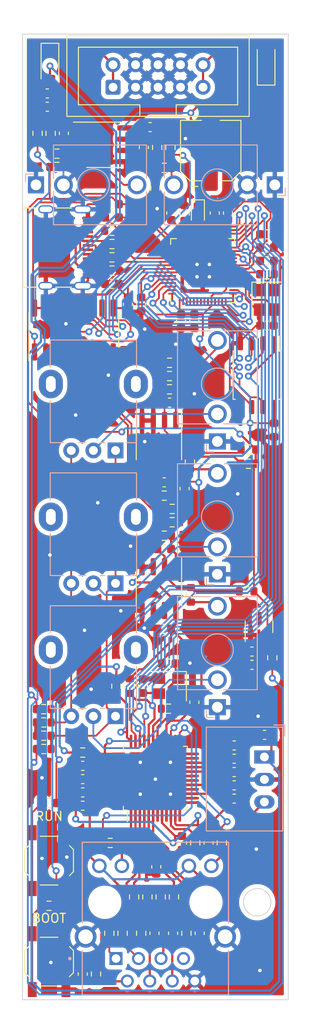
<source format=kicad_pcb>
(kicad_pcb (version 20221018) (generator pcbnew)
  (layers (0 "F.Cu" signal) (31 "B.Cu" signal) (34 "B.Paste" user) (35 "F.Paste" user) (36 "B.SilkS" user "B.Silkscreen") (37 "F.SilkS" user "F.Silkscreen") (38 "B.Mask" user) (39 "F.Mask" user) (44 "Edge.Cuts" user))
  (net 0 "")
  (net 1 "+1V1")
  (net 2 "GND")
  (net 3 "+3.3V")
  (net 4 "+3.3VA")
  (net 5 "Net-(U4-XIN)")
  (net 6 "Net-(U5-XI{slash}CLKIN)")
  (net 7 "RCT")
  (net 8 "Net-(C25-Pad1)")
  (net 9 "Net-(U5-XO)")
  (net 10 "Net-(U5-TOCAP)")
  (net 11 "Net-(J16-TCT)")
  (net 12 "Net-(U5-1V2O)")
  (net 13 "RXP")
  (net 14 "Net-(J16-RD+)")
  (net 15 "Net-(J16-RD-)")
  (net 16 "RXN")
  (net 17 "Net-(D1-K)")
  (net 18 "Net-(D1-A)")
  (net 19 "+12V")
  (net 20 "Net-(J14-VBUS-PadA4)")
  (net 21 "Net-(J14-CC1)")
  (net 22 "D+")
  (net 23 "D-")
  (net 25 "Net-(J14-CC2)")
  (net 27 "TXP")
  (net 28 "TXN")
  (net 29 "Net-(J16-Pad9)")
  (net 30 "Net-(J16-Pad11)")
  (net 31 "Net-(U4-USB_DP)")
  (net 32 "Net-(U4-USB_DM)")
  (net 33 "/CS_0")
  (net 34 "Net-(U5-TXN)")
  (net 35 "Net-(U5-TXP)")
  (net 36 "Net-(U5-RXN)")
  (net 37 "/GPIO21")
  (net 38 "Net-(U5-RXP)")
  (net 39 "/GPIO20")
  (net 40 "Net-(U4-XOUT)")
  (net 41 "ACTn")
  (net 42 "LINKn")
  (net 43 "/RUN")
  (net 44 "Net-(R73-Pad2)")
  (net 45 "Net-(U5-EXRES1)")
  (net 46 "/QSPI_SS")
  (net 47 "/~{USB_BOOT}")
  (net 48 "/GPIO0")
  (net 49 "/GPIO1")
  (net 50 "/GPIO2")
  (net 51 "/GPIO3")
  (net 52 "/GPIO4")
  (net 53 "/GPIO5")
  (net 54 "/GPIO6")
  (net 55 "/GPIO7")
  (net 56 "/GPIO8")
  (net 57 "/GPIO9")
  (net 58 "/GPIO14")
  (net 59 "/GPIO15")
  (net 60 "/GPIO16")
  (net 61 "/GPIO18")
  (net 62 "/GPIO19")
  (net 63 "/GPIO22")
  (net 66 "/GPIO26_ADC0")
  (net 67 "/GPIO27_ADC1")
  (net 68 "/GPIO28_ADC2")
  (net 70 "/QSPI_SD3")
  (net 71 "/QSPI_SCLK")
  (net 72 "/QSPI_SD0")
  (net 73 "/QSPI_SD2")
  (net 74 "/QSPI_SD1")
  (net 89 "Net-(C38-Pad1)")
  (net 90 "Net-(U2A--)")
  (net 91 "Net-(C39-Pad1)")
  (net 92 "Net-(U2B--)")
  (net 93 "Net-(C40-Pad1)")
  (net 94 "Net-(U3A--)")
  (net 95 "Net-(C41-Pad1)")
  (net 96 "Net-(U3B--)")
  (net 97 "Net-(C42-Pad1)")
  (net 98 "Net-(U8A--)")
  (net 99 "-12V")
  (net 100 "VREF-5V")
  (net 101 "Net-(D3-A)")
  (net 102 "Net-(D5-K)")
  (net 103 "Net-(J1-PadT)")
  (net 104 "Net-(J2-PadT)")
  (net 105 "Net-(J3-PadT)")
  (net 106 "Net-(J3-PadTN)")
  (net 107 "Net-(J4-PadT)")
  (net 108 "Net-(J4-PadTN)")
  (net 109 "Net-(J5-PadT)")
  (net 110 "Net-(J5-PadTN)")
  (net 111 "Net-(U1-CH0)")
  (net 112 "Net-(U1-CH1)")
  (net 113 "Net-(U1-CH2)")
  (net 114 "Net-(U1-CH3)")
  (net 115 "Net-(U1-CH4)")
  (net 116 "Net-(R22-Pad2)")
  (net 117 "Net-(R24-Pad2)")
  (net 118 "Net-(U8B--)")
  (net 120 "CS_1")
  (net 121 "MOSI_1")
  (net 122 "MISO_1")
  (net 123 "SCK_1")
  (footprint "Capacitor_SMD:C_0603_1608Metric" (layer "F.Cu") (at 55.3 93.6 180)
    (fp_text reference "C40" hide)
    (fp_text value "470p")
  )
  (footprint "Capacitor_SMD:C_0603_1608Metric" (layer "F.Cu") (at 54.7 110.125 180)
    (fp_text reference "C42" hide)
    (fp_text value "470p")
  )
  (footprint "Capacitor_SMD:C_0603_1608Metric" (layer "F.Cu") (at 53.6 153.5 -90)
    (fp_text reference "C30" hide)
    (fp_text value "6.8n")
  )
  (footprint "Connector_IDC:IDC-Header_2x05_P2.54mm_Vertical" (layer "F.Cu") (at 48.92 58 90)
    (fp_text reference "J6" hide)
    (fp_text value "Conn_02x05_Odd_Even")
  )
  (footprint "Resistor_SMD:R_0603_1608Metric" (layer "F.Cu") (at 52.1 153.5 -90)
    (fp_text reference "R63" hide)
    (fp_text value "49.9")
  )
  (footprint "Resistor_SMD:R_0603_1608Metric" (layer "F.Cu") (at 55.3 90.6 180)
    (fp_text reference "R11" hide)
    (fp_text value "100k")
  )
  (footprint "Capacitor_SMD:C_0603_1608Metric" (layer "F.Cu") (at 64.6 123.2 180)
    (fp_text reference "C47" hide)
    (fp_text value "1u")
  )
  (footprint "Capacitor_SMD:C_0603_1608Metric" (layer "F.Cu") (at 66.3 76.1)
    (fp_text reference "C3" hide)
    (fp_text value "100n")
  )
  (footprint "Capacitor_SMD:C_0603_1608Metric" (layer "F.Cu") (at 56.6 84.425 -90)
    (fp_text reference "C9" hide)
    (fp_text value "100n")
  )
  (footprint "Capacitor_SMD:C_0603_1608Metric" (layer "F.Cu") (at 45.5 136.1 180)
    (fp_text reference "C14" hide)
    (fp_text value "100n")
  )
  (footprint "Package_QFP:LQFP-48_7x7mm_P0.5mm" (layer "F.Cu") (at 53.7 136 90)
    (fp_text reference "U5" hide)
    (fp_text value "W5500")
  )
  (footprint "Resistor_SMD:R_0603_1608Metric" (layer "F.Cu") (at 41.875 63.205 90)
    (fp_text reference "R3" hide)
    (fp_text value "27k")
  )
  (footprint "Capacitor_SMD:C_0603_1608Metric" (layer "F.Cu") (at 50.6 82.5 -90)
    (fp_text reference "C5" hide)
    (fp_text value "100n")
  )
  (footprint "Resistor_SMD:R_0603_1608Metric" (layer "F.Cu") (at 66.3 79.1)
    (fp_text reference "R69" hide)
    (fp_text value "1k")
  )
  (footprint "Package_DFN_QFN:QFN-56-1EP_7x7mm_P0.4mm_EP3.2x3.2mm" (layer "F.Cu") (at 59.0375 78.7 90)
    (fp_text reference "U4" hide)
    (fp_text value "RP2040")
  )
  (footprint "Resistor_SMD:R_0603_1608Metric" (layer "F.Cu") (at 48.8 75.7)
    (fp_text reference "R46" hide)
    (fp_text value "27")
  )
  (footprint "Resistor_SMD:R_0603_1608Metric" (layer "F.Cu") (at 41.1 131.2 180)
    (fp_text reference "R23" hide)
    (fp_text value "3.3k")
  )
  (footprint "Capacitor_SMD:C_0603_1608Metric" (layer "F.Cu") (at 55.7 153.5 90)
    (fp_text reference "C31" hide)
    (fp_text value "6.8n")
  )
  (footprint "Package_SO:SOIC-8_3.9x4.9mm_P1.27mm" (layer "F.Cu") (at 47.9 64.5)
    (fp_text reference "U2" hide)
    (fp_text value "MCP6002-xSN")
  )
  (footprint "Capacitor_SMD:C_0603_1608Metric" (layer "F.Cu") (at 58.7 153.5 90)
    (fp_text reference "C24" hide)
    (fp_text value "100n")
  )
  (footprint "Resistor_SMD:R_0603_1608Metric" (layer "F.Cu") (at 48.8 78.7 180)
    (fp_text reference "R54" hide)
    (fp_text value "5.1k")
  )
  (footprint "Capacitor_SMD:C_0603_1608Metric" (layer "F.Cu") (at 43.375 63.205 -90)
    (fp_text reference "C38" hide)
    (fp_text value "470p")
  )
  (footprint "Capacitor_SMD:C_0603_1608Metric" (layer "F.Cu") (at 53.1 62.5)
    (fp_text reference "C32" hide)
    (fp_text value "100n")
  )
  (footprint "Capacitor_SMD:C_0603_1608Metric" (layer "F.Cu") (at 54.7 119.125 180)
    (fp_text reference "C37" hide)
    (fp_text value "100n")
  )
  (footprint "Button_Switch_SMD:SW_SPST_TL3342" (layer "F.Cu") (at 41.7 156.7 -90)
    (fp_text reference "SW3" hide)
    (fp_text value "SW_Push")
  )
  (footprint "Capacitor_SMD:C_0603_1608Metric" (layer "F.Cu") (at 66.3 77.6 180)
    (fp_text reference "C25" hide)
    (fp_text value "27p")
  )
  (footprint "Package_SO:SOIC-8_5.23x5.23mm_P1.27mm" (layer "F.Cu") (at 65.2 90.5 -90)
    (fp_text reference "U7" hide)
    (fp_text value "W25Q128JVS")
  )
  (footprint "Resistor_SMD:R_0603_1608Metric" (layer "F.Cu") (at 57.7 115.3 90)
    (fp_text reference "R19" hide)
    (fp_text value "100k")
  )
  (footprint "Resistor_SMD:R_0603_1608Metric" (layer "F.Cu") (at 51.3 149.4 90)
    (fp_text reference "R55" hide)
    (fp_text value "4.7")
  )
  (footprint "Button_Switch_SMD:SW_SPST_TL3342" (layer "F.Cu") (at 41.7 145.3 -90)
    (fp_text reference "SW2" hide)
    (fp_text value "SW_Push")
  )
  (footprint "Inductor_SMD:L_0603_1608Metric" (layer "F.Cu") (at 45.5 139.1 180)
    (fp_text reference "FB1" hide)
    (fp_text value "FerriteBead")
  )
  (footprint "Capacitor_SMD:C_0603_1608Metric" (layer "F.Cu") (at 54.7 102.6 180)
    (fp_text reference "C41" hide)
    (fp_text value "470p")
  )
  (footprint "Diode_SMD:D_SOD-123" (layer "F.Cu") (at 66.2 55.4 90)
    (fp_text reference "D3" hide)
    (fp_text value "SM4007")
  )
  (footprint "Resistor_SMD:R_0603_1608Metric" (layer "F.Cu") (at 54.7 104.1)
    (fp_text reference "R16" hide)
    (fp_text value "27k")
  )
  (footprint "Capacitor_SMD:C_0603_1608Metric" (layer "F.Cu") (at 45.5 158.1 -90)
    (fp_text reference "C28" hide)
    (fp_text value "22n")
  )
  (footprint "Resistor_SMD:R_0603_1608Metric" (layer "F.Cu") (at 55.4 64.8 -90)
    (fp_text reference "R6" hide)
    (fp_text value "100k")
  )
  (footprint "Resistor_SMD:R_0603_1608Metric" (layer "F.Cu") (at 42.6 67 180)
    (fp_text reference "R2" hide)
    (fp_text value "75k")
  )
  (footprint "LED_SMD:LED_0603_1608Metric" (layer "F.Cu") (at 58.5 72.2 -90)
    (fp_text reference "D1" hide)
    (fp_text value "LED")
  )
  (footprint "Crystal:Crystal_SMD_3225-4Pin_3.2x2.5mm" (layer "F.Cu") (at 55.2 125.6 180)
    (fp_text reference "Y2" hide)
    (fp_text value "25MHz")
  )
  (footprint "Resistor_SMD:R_0603_1608Metric" (layer "F.Cu") (at 61.2 143.3 -90)
    (fp_text reference "R71" hide)
    (fp_text value "470")
  )
  (footprint "Capacitor_SMD:C_0603_1608Metric" (layer "F.Cu") (at 58.1 84.425 -90)
    (fp_text reference "C7" hide)
    (fp_text value "100n")
  )
  (footprint "Capacitor_SMD:C_0603_1608Metric" (layer "F.Cu") (at 52.1 82.5 -90)
    (fp_text reference "C2" hide)
    (fp_text value "100n")
  )
  (footprint "Connector_USB:USB_C_Receptacle_Palconn_UTC16-G" (layer "F.Cu") (at 43.575 76.1 -90)
    (fp_text reference "J14" hide)
    (fp_text value "USB_C_Receptacle_USB2.0")
  )
  (footprint "Resistor_SMD:R_0603_1608Metric" (layer "F.Cu") (at 50.8 125.6 -90)
    (fp_text reference "R52" hide)
    (fp_text value "4.7k")
  )
  (footprint "Capacitor_SMD:C_0603_1608Metric" (layer "F.Cu") (at 62.6 133.8)
    (fp_text reference "C16" hide)
    (fp_text value "100n")
  )
  (footprint "Resistor_SMD:R_0603_1608Metric" (layer "F.Cu") (at 52.8 149.4 -90)
    (fp_text reference "R53" hide)
    (fp_text value "4.7")
  )
  (footprint "Capacitor_SMD:C_0603_1608Metric" (layer "F.Cu") (at 59.7 143.3 -90)
    (fp_text reference "C19" hide)
    (fp_text value "100n")
  )
  (footprint "Capacitor_SMD:C_0603_1608Metric" (layer "F.Cu") (at 58.1 127.425 90)
    (fp_text reference "C15" hide)
    (fp_text value "100n")
  )
  (footprint "Resistor_SMD:R_0603_1608Metric" (layer "F.Cu") (at 41.7 150.4 180)
    (fp_text reference "R78" hide)
    (fp_text value "1k")
  )
  (footprint "Resistor_SMD:R_0603_1608Metric" (layer "F.Cu") (at 55.6 107.1 180)
    (fp_text reference "R18" hide)
    (fp_text value "100k")
  )
  (footprint "Capacitor_SMD:C_0603_1608Metric" (layer "F.Cu") (at 45.5 134.6 180)
    (fp_text reference "C13" hide)
    (fp_text value "100n")
  )
  (footprint "Resistor_SMD:R_0603_1608Metric" (layer "F.Cu") (at 42.6 65.5 180)
    (fp_text reference "R1" hide)
    (fp_text value "100k")
  )
  (footprint "Resistor_SMD:R_0603_1608Metric" (layer "F.Cu") (at 57 72.2 90)
    (fp_text reference "R77" hide)
    (fp_text value "1k")
  )
  (footprint "Resistor_SMD:R_0603_1608Metric" (layer "F.Cu") (at 53.9 64.8 90)
    (fp_text reference "R8" hide)
    (fp_text value "27k")
  )
  (footprint "Resistor_SMD:R_0603_1608Metric" (layer "F.Cu") (at 41.1 128.2)
    (fp_text reference "R24" hide)
    (fp_text value "4.7k")
  )
  (footprint "Capacitor_SMD:C_0603_1608Metric" (layer "F.Cu") (at 64.6 121.7 180)
    (fp_text reference "C48" hide)
    (fp_text value "1u")
  )
  (footprint "Resistor_SMD:R_0603_1608Metric" (layer "F.Cu") (at 54.7 108.625)
    (fp_text reference "R20" hide)
    (fp_text value "27k")
  )
  (footprint "Resistor_SMD:R_0603_1608Metric" (layer "F.Cu") (at 64 114.9)
    (fp_text reference "R17" hide)
    (fp_text value "75k")
  )
  (footprint "Resistor_SMD:R_0603_1608Metric" (layer "F.Cu") (at 57.6 100.3 90)
    (fp_text reference "R15" hide)
    (fp_text value "100k")
  )
  (footprint "Resistor_SMD:R_0603_1608Metric" (layer "F.Cu") (at 41.1 129.7 180)
    (fp_text reference "R25" hide)
    (fp_text value "3.3k")
  )
  (footprint "Capacitor_SMD:C_0603_1608Metric" (layer "F.Cu") (at 55.5 72.2 90)
    (fp_text reference "C8" hide)
    (fp_text value "100n")
  )
  (footprint "Resistor_SMD:R_0603_1608Metric" (layer "F.Cu") (at 48.5 153.5 90)
    (fp_text reference "R61" hide)
    (fp_text value "49.9")
  )
  (footprint "Resistor_SMD:R_0603_1608Metric" (layer "F.Cu") (at 45.5 133.1)
    (fp_text reference "R59" hide)
    (fp_text value "4.7k")
  )
  (footprint "Resistor_SMD:R_0603_1608Metric" (layer "F.Cu") (at 48.6 143.3)
    (fp_text reference "R70" hide)
    (fp_text value "470")
  )
  (footprint "Resistor_SMD:R_0603_1608Metric" (layer "F.Cu") (at 64.2 98.9)
    (fp_text reference "R9" hide)
    (fp_text value "75k")
  )
  (footprint "Package_SO:SOIC-8_3.9x4.9mm_P1.27mm" (layer "F.Cu") (at 54.1 114.6 -90)
    (fp_text reference "U8" hide)
    (fp_text value "MCP6002-xSN")
  )
  (footprint "Capacitor_SMD:C_0603_1608Metric" (layer "F.Cu") (at 67.1 96.7 -90)
    (fp_text reference "C33" hide)
    (fp_text value "100n")
  )
  (footprint "Capacitor_SMD:C_0603_1608Metric" (layer "F.Cu") (at 48.8 80.2 180)
    (fp_text reference "C6" hide)
    (fp_text value "100n")
  )
  (footprint "Capacitor_SMD:C_0603_1608Metric" (layer "F.Cu") (at 41.5 60.2 180)
    (fp_text reference "C44" hide)
    (fp_text value "10u")
  )
  (footprint "Package_SO:SOIC-16_3.9x9.9mm_P1.27mm" (layer "F.Cu") (at 44.5 85.4 90)
    (fp_text reference "U1" hide)
    (fp_text value "MCP3208")
  )
  (footprint "Capacitor_SMD:C_0603_1608Metric" (layer "F.Cu") (at 66.3 84.9 180)
    (fp_text reference "C22" hide)
    (fp_text value "27p")
  )
  (footprint "Resistor_SMD:R_0603_1608Metric" (layer "F.Cu") (at 48.8 74.2 180)
    (fp_text reference "R51" hide)
    (fp_text value "5.1k")
  )
  (footprint "Capacitor_SMD:C_0603_1608Metric" (layer "F.Cu") (at 62.6 135.3)
    (fp_text reference "C27" hide)
    (fp_text value "4.7u")
  )
  (footprint "Resistor_SMD:R_0603_1608Metric" (layer "F.Cu") (at 47 158.1 90)
    (fp_text reference "R72" hide)
    (fp_text value "10")
  )
  (footprint "Resistor_SMD:R_0603_1608Metric" (layer "F.Cu") (at 48.8 77.2)
    (fp_text reference "R45" hide)
    (fp_text value "27")
  )
  (footprint "Resistor_SMD:R_0603_1608Metric" (layer "F.Cu") (at 57.2 153.5 -90)
    (fp_text reference "R62" hide)
    (fp_text value "49.9")
  )
  (footprint "Capacitor_SMD:C_0603_1608Metric" (layer "F.Cu") (at 41.5 58.7 180)
    (fp_text reference "C45" hide)
    (fp_text value "10u")
  )
  (footprint "Resistor_SMD:R_0603_1608Metric" (layer "F.Cu") (at 55.2 128.15)
    (fp_text reference "R68" hide)
    (fp_text value "1M")
  )
  (footprint "Capacitor_SMD:C_0603_1608Metric" (layer "F.Cu") (at 52.3 125.6 90)
    (fp_text reference "C26" hide)
    (fp_text value "18p")
  )
  (footprint "Resistor_SMD:R_0603_1608Metric" (layer "F.Cu") (at 49.3 125.6 -90)
    (fp_text reference "R57" hide)
    (fp_text value "4.7k")
  )
  (footprint "Capacitor_SMD:C_0603_1608Metric" (layer "F.Cu") (at 66.3 74.6)
    (fp_text reference "C1" hide)
    (fp_text value "100n")
  )
  (footprint "Resistor_SMD:R_0603_1608Metric" (layer "F.Cu") (at 54.7 67.1 180)
    (fp_text reference "R7" hide)
    (fp_text value "100k")
  )
  (footprint "Capacitor_SMD:C_0603_1608Metric" (layer "F.Cu") (at 66.025 131.1 180)
    (fp_text reference "C34" hide)
    (fp_text value "10u")
  )
  (footprint "Capacitor_SMD:C_0603_1608Metric" (layer "F.Cu") (at 62.6 138.3)
    (fp_text reference "C20" hide)
    (fp_text value "100n")
  )
  (footprint "Package_SO:SOIC-8_3.9x4.9mm_P1.27mm" (layer "F.Cu") (at 54.1 98.1 -90)
    (fp_text reference "U3" hide)
    (fp_text value "MCP6002-xSN")
  )
  (footprint "Resistor_SMD:R_0603_1608Metric" (layer "F.Cu") (at 58.2 143.3 90)
    (fp_text reference "R74" hide)
    (fp_text value "12.4k")
  )
  (footprint "Capacitor_SMD:C_0603_1608Metric" (layer "F.Cu") (at 57 103.3 -90)
    (fp_text reference "C36" hide)
    (fp_text value "100n")
  )
  (footprint "Capacitor_SMD:CP_Elec_6.3x5.4" (layer "F.Cu") (at 59.95 65.15 90)
    (fp_text reference "C49" hide)
    (fp_text value "100u")
  )
  (footprint "Resistor_SMD:R_0603_1608Metric" (layer "F.Cu") (at 55.6 105.6 180)
    (fp_text reference "R14" hide)
    (fp_text value "100k")
  )
  (footprint "Capacitor_SMD:C_0603_1608Metric" (layer "F.Cu") (at 45.5 137.6 180)
    (fp_text reference "C12" hide)
    (fp_text value "100n")
  )
  (footprint "Capacitor_SMD:C_0603_1608Metric" (layer "F.Cu") (at 62.6 132.3)
    (fp_text reference "C29" hide)
    (fp_text value "100n")
  )
  (footprint "Resistor_SMD:R_0603_1608Metric" (layer "F.Cu") (at 50 153.5 90)
    (fp_text reference "R60" hide)
    (fp_text value "49.9")
  )
  (footprint "Capacitor_SMD:C_0603_1608Metric" (layer "F.Cu") (at 60.4 72.2 90)
    (fp_text reference "C4" hide)
    (fp_text value "100n")
  )
  (footprint "Resistor_SMD:R_0603_1608Metric" (layer "F.Cu") (at 55.8 149.4 -90)
    (fp_text reference "R56" hide)
    (fp_text value "4.7")
  )
  (footprint "Crystal:Crystal_SMD_3225-4Pin_3.2x2.5mm" (layer "F.Cu") (at 66.25 82 -90)
    (fp_text reference "Y1" hide)
    (fp_text value "12MHz")
  )
  (footprint "Diode_SMD:D_SOD-123" (layer "F.Cu") (at 41.8 55.4 -90)
    (fp_text reference "D5" hide)
    (fp_text value "SM4007")
  )
  (footprint "Resistor_SMD:R_0603_1608Metric" (layer "F.Cu") (at 55.3 92.1)
    (fp_text reference "R12" hide)
    (fp_text value "27k")
  )
  (footprint "Capacitor_SMD:C_0603_1608Metric" (layer "F.Cu") (at 48.8 71.2 180)
    (fp_text reference "C11" hide)
    (fp_text value "1u")
  )
  (footprint "Package_TO_SOT_SMD:SOT-23" (layer "F.Cu") (at 65.4 118.9 90)
    (fp_text reference "U9" hide)
    (fp_text value "LM4040-5V")
  )
  (footprint "Capacitor_SMD:C_0603_1608Metric" (layer "F.Cu") (at 61.9 72.2 90)
    (fp_text reference "C35" hide)
    (fp_text value "10u")
  )
  (footprint "Capacitor_SMD:C_0603_1608Metric" (layer "F.Cu") (at 52.4 64.8 -90)
    (fp_text reference "C39" hide)
    (fp_text value "470p")
  )
  (footprint "Resistor_SMD:R_0603_1608Metric" (layer "F.Cu") (at 41.1 132.7)
    (fp_text reference "R22" hide)
    (fp_text value "4.7k")
  )
  (footprint "Resistor_SMD:R_0603_1608Metric" (layer "F.Cu") (at 55.3 89.1 180)
    (fp_text reference "R10" hide)
    (fp_text value "100k")
  )
  (footprint "Capacitor_SMD:C_0603_1608Metric" (layer "F.Cu") (at 56.7 143.3 -90)
    (fp_text reference "C17" hide)
    (fp_text value "100n")
  )
  (footprint "Resistor_SMD:R_0603_1608Metric" (layer "F.Cu") (at 40.4 63.2 -90)
    (fp_text reference "R4" hide)
    (fp_text value "100k")
  )
  (footprint "Capacitor_SMD:C_0603_1608Metric" (layer "F.Cu") (at 48.8 72.7 180)
    (fp_text reference "C10" hide)
    (fp_text value "1u")
  )
  (footprint "Resistor_SMD:R_0603_1608Metric" (layer "F.Cu") (at 41.7 138.8 180)
    (fp_text reference "R73" hide)
    (fp_text value "1k")
  )
  (footprint "Capacitor_SMD:C_0603_1608Metric" (layer "F.Cu") (at 55.2 123.05)
    (fp_text reference "C23" hide)
    (fp_text value "18p")
  )
  (footprint "Resistor_SMD:R_0603_1608Metric" (layer "F.Cu") (at 54.3 149.4 90)
    (fp_text reference "R58" hide)
    (fp_text value "4.7")
  )
  (footprint "Capacitor_SMD:C_0603_1608Metric" (layer "F.Cu") (at 53.8 146 -90)
    (fp_text reference "C18" hide)
    (fp_text value "100n")
  )
  (footprint "Resistor_SMD:R_0603_1608Metric" (layer "F.Cu") (at 64.2 100.5)
    (fp_text reference "R13" hide)
    (fp_text value "75k")
  )
  (footprint "Resistor_SMD:R_0603_1608Metric" (layer "F.Cu") (at 66.9 122.4 90)
    (fp_text reference "R21" hide)
    (fp_text value "2k")
  )
  (footprint "Resistor_SMD:R_0603_1608Metric" (layer "F.Cu") (at 53.7 69.4 -90)
    (fp_text reference "R5" hide)
    (fp_text value "75k")
  )
  (footprint "Capacitor_SMD:C_0603_1608Metric" (layer "F.Cu") (at 62.6 136.8)
    (fp_text reference "C21" hide)
    (fp_text value "100n")
  )
  (footprint "footprints:BEL_SI-46001-F" (layer "B.Cu") (at 53.7 150)
    (fp_text reference "J16" hide)
    (fp_text value "SI-46001-F")
  )
  (footprint "Connector_Audio:Jack_3.5mm_QingPu_WQP-PJ398SM_Vertical_CircularHoles" (layer "B.Cu") (at 40.22 69.02 -90)
    (fp_text reference "J1" hide)
    (fp_text value "AudioJack2_SwitchT")
  )
  (footprint "Connector_Audio:Jack_3.5mm_QingPu_WQP-PJ398SM_Vertical_CircularHoles" (layer "B.Cu") (at 67.18 69.02 90)
    (fp_text reference "J2" hide)
    (fp_text value "AudioJack2_SwitchT")
  )
  (footprint "Potentiometer_THT:Potentiometer_Alpha_RD901F-40-00D_Single_Vertical" (layer "B.Cu") (at 49.2 99 90)
    (fp_text reference "RV1" hide)
    (fp_text value "1M")
  )
  (footprint "Connector_Audio:Jack_3.5mm_QingPu_WQP-PJ398SM_Vertical_CircularHoles" (layer "B.Cu") (at 60.7 127.98)
    (fp_text reference "J3" hide)
    (fp_text value "AudioJack2_SwitchT")
  )
  (footprint "Potentiometer_THT:Potentiometer_Alpha_RD901F-40-00D_Single_Vertical" (layer "B.Cu") (at 49.2 114 90)
    (fp_text reference "RV2" hide)
    (fp_text value "1M")
  )
  (footprint "Connector_Audio:Jack_3.5mm_QingPu_WQP-PJ398SM_Vertical_CircularHoles" (layer "B.Cu") (at 60.7 112.98)
    (fp_text reference "J5" hide)
    (fp_text value "AudioJack2_SwitchT")
  )
  (footprint "Converter_DCDC:Converter_DCDC_RECOM_R-78E-0.5_THT" (layer "B.Cu") (at 66.0075 133.6 -90)
    (fp_text reference "U10" hide)
    (fp_text value "R-783.3-1.0")
  )
  (footprint "Connector_Audio:Jack_3.5mm_QingPu_WQP-PJ398SM_Vertical_CircularHoles" (layer "B.Cu") (at 60.7 97.98)
    (fp_text reference "J4" hide)
    (fp_text value "AudioJack2_SwitchT")
  )
  (footprint "Potentiometer_THT:Potentiometer_Alpha_RD901F-40-00D_Single_Vertical" (layer "B.Cu") (at 49.2 129 90)
    (fp_text reference "RV3" hide)
    (fp_text value "1M")
  )
  (gr_circle (center 65.2 150) (end 66.75 150) (stroke (width 0.1)) (fill none) (layer "Edge.Cuts"))
  (gr_rect (start 38.7 52) (end 68.7 161) (stroke (width 0.1)) (fill none) (layer "Edge.Cuts"))
  (gr_text "BOOT" (at 41.7 151.8) (layer "F.SilkS") (effects (font (size 1 1))))
  (gr_text "RUN" (at 41.7 140.3) (layer "F.SilkS") (effects (font (size 1 1))))
  (segment (start 64.7 75.425) (end 65.525 74.6) (width 0.2) (layer "F.Cu") (net 1))
  (segment (start 56.4 77.16614) (end 56.4 76.5) (width 0.2) (layer "F.Cu") (net 1))
  (segment (start 55.6 76.9) (end 55.06614 76.9) (width 0.2) (layer "F.Cu") (net 1))
  (segment (start 54.8625 75.028186) (end 52.534314 72.7) (width 0.2) (layer "F.Cu") (net 1))
  (segment (start 56.8 76.1) (end 61.3 76.1) (width 0.2) (layer "F.Cu") (net 1))
  (segment (start 56.4 76.5) (end 56.8 76.1) (width 0.2) (layer "F.Cu") (net 1))
  (segment (start 64.375 77.759314) (end 64.375 76.625) (width 0.2) (layer "F.Cu") (net 1))
  (segment (start 64.034314 78.1) (end 64.375 77.759314) (width 0.2) (layer "F.Cu") (net 1))
  (segment (start 52.1 79.7) (end 52.1 81.725) (width 0.2) (layer "F.Cu") (net 1))
  (segment (start 55.6 78.9) (end 56.13386 78.9) (width 0.2) (layer "F.Cu") (net 1))
  (segment (start 61.7 76.5) (end 61.7 77.85886) (width 0.2) (layer "F.Cu") (net 1))
  (segment (start 61.7 77.85886) (end 61.94114 78.1) (width 0.2) (layer "F.Cu") (net 1))
  (segment (start 55.06614 76.9) (end 54.8625 76.69636) (width 0.2) (layer "F.Cu") (net 1))
  (segment (start 56.13386 76.9) (end 55.6 76.9) (width 0.2) (layer "F.Cu") (net 1))
  (segment (start 62.475 78.1) (end 64.034314 78.1) (width 0.2) (layer "F.Cu") (net 1))
  (segment (start 52.9 78.9) (end 52.1 79.7) (width 0.2) (layer "F.Cu") (net 1))
  (segment (start 64.375 76.625) (end 64.7 76.3) (width 0.2) (layer "F.Cu") (net 1))
  (segment (start 56.13386 78.9) (end 56.4 78.63386) (width 0.2) (layer "F.Cu") (net 1))
  (segment (start 56.4 78.63386) (end 56.4 77.16614) (width 0.2) (layer "F.Cu") (net 1))
  (segment (start 64.7 76.3) (end 64.7 75.425) (width 0.2) (layer "F.Cu") (net 1))
  (segment (start 56.4 77.16614) (end 56.13386 76.9) (width 0.2) (layer "F.Cu") (net 1))
  (segment (start 61.94114 78.1) (end 62.475 78.1) (width 0.2) (layer "F.Cu") (net 1))
  (segment (start 54.8625 76.69636) (end 54.8625 75.028186) (width 0.2) (layer "F.Cu") (net 1))
  (segment (start 52.534314 72.7) (end 49.575 72.7) (width 0.2) (layer "F.Cu") (net 1))
  (segment (start 61.3 76.1) (end 61.7 76.5) (width 0.2) (layer "F.Cu") (net 1))
  (segment (start 55.6 78.9) (end 52.9 78.9) (width 0.2) (layer "F.Cu") (net 1))
  (segment (start 46.085 79.84) (end 45.505 80.42) (width 0.25) (layer "F.Cu") (net 2))
  (segment (start 67.825 80.175) (end 67.825 76.85) (width 0.2) (layer "F.Cu") (net 2))
  (segment (start 48.945 82.925) (end 50.25 82.925) (width 0.2) (layer "F.Cu") (net 2))
  (segment (start 54.95 140.1625) (end 54.95 138.25) (width 0.25) (layer "F.Cu") (net 2))
  (segment (start 49.5375 138.75) (end 51.05 138.75) (width 0.25) (layer "F.Cu") (net 2))
  (segment (start 55.95 137.25) (end 55.4 137.8) (width 0.25) (layer "F.Cu") (net 2))
  (segment (start 67.825 76.85) (end 67.075 76.1) (width 0.2) (layer "F.Cu") (net 2))
  (segment (start 51.95 140.1625) (end 51.95 137.85) (width 0.25) (layer "F.Cu") (net 2))
  (segment (start 62.475 79.7) (end 63.634314 79.7) (width 0.2) (layer "F.Cu") (net 2))
  (segment (start 63.634314 79.7) (end 63.9 79.965686) (width 0.2) (layer "F.Cu") (net 2))
  (segment (start 63.295 86.68) (end 63.295 86.9) (width 0.2) (layer "F.Cu") (net 2))
  (segment (start 54.425 123.05) (end 54.425 124.425) (width 0.2) (layer "F.Cu") (net 2))
  (segment (start 56.7 144.075) (end 59.7 144.075) (width 0.25) (layer "F.Cu") (net 2))
  (segment (start 55.85 138.25) (end 55.4 137.8) (width 0.25) (layer "F.Cu") (net 2))
  (segment (start 65.1 83.1) (end 65.4 83.1) (width 0.2) (layer "F.Cu") (net 2))
  (segment (start 54.45 133.25) (end 55.4 134.2) (width 0.25) (layer "F.Cu") (net 2))
  (segment (start 51.95 137.85) (end 52 137.8) (width 0.25) (layer "F.Cu") (net 2))
  (segment (start 56.7 144.075) (end 56.225 144.075) (width 0.25) (layer "F.Cu") (net 2))
  (segment (start 48.125 80.2) (end 49.625 78.7) (width 0.2) (layer "F.Cu") (net 2))
  (segment (start 46.085 72.9) (end 46.085 72.36) (width 0.25) (layer "F.Cu") (net 2))
  (segment (start 56.4375 85.3625) (end 56.5 85.425) (width 0.2) (layer "F.Cu") (net 2))
  (segment (start 50.25 82.925) (end 50.6 83.275) (width 0.2) (layer "F.Cu") (net 2))
  (segment (start 54.45 131.8375) (end 54.45 133.25) (width 0.25) (layer "F.Cu") (net 2))
  (segment (start 41.1 132.025) (end 41.1 134) (width 0.2) (layer "F.Cu") (net 2))
  (segment (start 52.6 145.575) (end 53.8 146.775) (width 0.25) (layer "F.Cu") (net 2))
  (segment (start 54.95 138.25) (end 55.4 137.8) (width 0.25) (layer "F.Cu") (net 2))
  (segment (start 67.1 80.9) (end 67.825 80.175) (width 0.2) (layer "F.Cu") (net 2))
  (segment (start 51.95 140.1625) (end 51.95 143.013604) (width 0.25) (layer "F.Cu") (net 2))
  (segment (start 55.7 144.6) (end 55.7 146.163604) (width 0.25) (layer "F.Cu") (net 2))
  (segment (start 51.95 143.013604) (end 52.6 143.663604) (width 0.25) (layer "F.Cu") (net 2))
  (segment (start 57.336396 147.8) (end 62.55 147.8) (width 0.25) (layer "F.Cu") (net 2))
  (segment (start 46.085 72.36) (end 45.505 71.78) (width 0.25) (layer "F.Cu") (net 2))
  (segment (start 61.9 71.2) (end 64.08 69.02) (width 0.2) (layer "F.Cu") (net 2))
  (segment (start 42.595 82.925) (end 42.595 83.899999) (width 0.2) (layer "F.Cu") (net 2))
  (segment (start 51.05 138.75) (end 52 137.8) (width 0.25) (layer "F.Cu") (net 2))
  (segment (start 61.9 71.425) (end 61.9 71.2) (width 0.2) (layer "F.Cu") (net 2))
  (segment (start 55.7 146.163604) (end 57.336396 147.8) (width 0.25) (layer "F.Cu") (net 2))
  (segment (start 40.275 131.2) (end 41.1 132.025) (width 0.2) (layer "F.Cu") (net 2))
  (segment (start 63.9 81.9) (end 65.1 83.1) (width 0.2) (layer "F.Cu") (net 2))
  (segment (start 54.425 123.05) (end 54.425 122.775) (width 0.2) (layer "F.Cu") (net 2))
  (segment (start 48.025 72.7) (end 48.125 72.7) (width 0.2) (layer "F.Cu") (net 2))
  (segment (start 65.075 84.9) (end 63.295 86.68) (width 0.2) (layer "F.Cu") (net 2))
  (segment (start 46.085 79.3) (end 46.085 79.84) (width 0.25) (layer "F.Cu") (net 2))
  (segment (start 52.6 143.663604) (end 52.6 145.575) (width 0.25) (layer "F.Cu") (net 2))
  (segment (start 57.8625 135.75) (end 54.05 135.75) (width 0.25) (layer "F.Cu") (net 2))
  (segment (start 56.225 144.075) (end 55.7 144.6) (width 0.25) (layer "F.Cu") (net 2))
  (segment (start 48.125 72.7) (end 49.625 74.2) (width 0.2) (layer "F.Cu") (net 2))
  (segment (start 54.425 124.425) (end 54.1 124.75) (width 0.2) (layer "F.Cu") (net 2))
  (segment (start 57.8625 137.25) (end 55.95 137.25) (width 0.25) (layer "F.Cu") (net 2))
  (segment (start 54.05 135.75) (end 53.7 136.1) (width 0.25) (layer "F.Cu") (net 2))
  (segment (start 46.085 71.2) (end 45.505 71.78) (width 0.2) (layer "F.Cu") (net 2))
  (segment (start 54.425 122.775) (end 55.5 121.7) (width 0.2) (layer "F.Cu") (net 2))
  (segment (start 57.8625 138.25) (end 55.85 138.25) (width 0.25) (layer "F.Cu") (net 2))
  (segment (start 65.575 77.6) (end 67.075 76.1) (width 0.2) (layer "F.Cu") (net 2))
  (segment (start 65.525 84.9) (end 65.075 84.9) (width 0.2) (layer "F.Cu") (net 2))
  (segment (start 48.025 80.2) (end 48.125 80.2) (width 0.2) (layer "F.Cu") (net 2))
  (segment (start 63.9 79.965686) (end 63.9 81.9) (width 0.2) (layer "F.Cu") (net 2))
  (segment (start 65.525 77.6) (end 65.575 77.6) (width 0.2) (layer "F.Cu") (net 2))
  (segment (start 48.025 71.2) (end 46.085 71.2) (width 0.2) (layer "F.Cu") (net 2))
  (via (at 47.2 104.9) (size 0.8) (drill 0.4) (layers "F.Cu" "B.Cu") (net 2))
  (via (at 44.7 95) (size 0.8) (drill 0.4) (layers "F.Cu" "B.Cu") (net 2))
  (via (at 55.4 134.2) (size 0.8) (drill 0.4) (layers "F.Cu" "B.Cu") (net 2))
  (via (at 49.8 117.1) (size 0.8) (drill 0.4) (layers "F.Cu" "B.Cu") (net 2))
  (via (at 58.4 78) (size 0.8) (drill 0.4) (layers "F.Cu" "B.Cu") (net 2))
  (via (at 65.3 129) (size 0.8) (drill 0.4) (layers "F.Cu" "B.Cu") (net 2))
  (via (at 58.1 92.6) (size 0.8) (drill 0.4) (layers "F.Cu" "B.Cu") (net 2))
  (via (at 52.45 119.05) (size 0.8) (drill 0.4) (layers "F.Cu" "B.Cu") (net 2))
  (via (at 40.9 135.95) (size 0.8) (drill 0.4) (layers "F.Cu" "B.Cu") (net 2))
  (via (at 59.8 78) (size 0.8) (drill 0.4) (layers "F.Cu" "B.Cu") (net 2))
  (via (at 55.4 137.8) (size 0.8) (drill 0.4) (layers "F.Cu" "B.Cu") (net 2))
  (via (at 52 134.2) (size 0.8) (drill 0.4) (layers "F.Cu" "B.Cu") (net 2))
  (via (at 43.6 84.7) (size 0.8) (drill 0.4) (layers "F.Cu" "B.Cu") (net 2))
  (via (at 65.5 157.7) (size 0.8) (drill 0.4) (layers "F.Cu" "B.Cu") (net 2))
  (via (at 45.7 119.3) (size 0.8) (drill 0.4) (layers "F.Cu" "B.Cu") (net 2))
  (via (at 53.7 136.1) (size 0.8) (drill 0.4) (layers "F.Cu" "B.Cu") (net 2))
  (via (at 53.9 71.7) (size 0.8) (drill 0.4) (layers "F.Cu" "B.Cu") (net 2))
  (via (at 40.9 145.05) (size 0.8) (drill 0.4) (layers "F.Cu" "B.Cu") (net 2))
  (via (at 56 87) (size 0.8) (drill 0.4) (layers "F.Cu" "B.Cu") (net 2))
  (via (at 65.1 144) (size 0.8) (drill 0.4) (layers "F.Cu" "B.Cu") (net 2))
  (via (at 58.4 79.4) (size 0.8) (drill 0.4) (layers "F.Cu" "B.Cu") (net 2))
  (via (at 50.9 109.8) (size 0.8) (drill 0.4) (layers "F.Cu" "B.Cu") (net 2))
  (via (at 63 103.9) (size 0.8) (drill 0.4) (layers "F.Cu" "B.Cu") (net 2))
  (via (at 46.45 125.95) (size 0.8) (drill 0.4) (layers "F.Cu" "B.Cu") (net 2))
  (via (at 52.5 98) (size 0.8) (drill 0.4) (layers "F.Cu" "B.Cu") (net 2))
  (via (at 52 137.8) (size 0.8) (drill 0.4) (layers "F.Cu" "B.Cu") (net 2))
  (via (at 48.4 90.5) (size 0.8) (drill 0.4) (layers "F.Cu" "B.Cu") (net 2))
  (via (at 41.8 110.8) (size 0.8) (drill 0.4) (layers "F.Cu" "B.Cu") (net 2))
  (via (at 52.5 85.3) (size 0.8) (drill 0.4) (layers "F.Cu" "B.Cu") (net 2))
  (via (at 41.9 156.8) (size 0.8) (drill 0.4) (layers "F.Cu" "B.Cu") (net 2))
  (via (at 59.8 79.4) (size 0.8) (drill 0.4) (layers "F.Cu" "B.Cu") (net 2))
  (via (at 57.1 63.8) (size 0.8) (drill 0.4) (layers "F.Cu" "B.Cu") (net 2))
  (via (at 43.7 144.9) (size 0.8) (drill 0.4) (layers "F.Cu" "B.Cu") (net 2))
  (via (at 57.6 123) (size 0.8) (drill 0.4) (layers "F.Cu" "B.Cu") (net 2))
  (segment (start 43.32 66.42) (end 43.3 66.4) (width 0.2) (layer "B.Cu") (net 2))
  (segment (start 43.32 69.02) (end 43.32 66.42) (width 0.2) (layer "B.Cu") (net 2))
  (segment (start 57.8 128.2) (end 58.1 128.2) (width 0.25) (layer "F.Cu") (net 3))
  (segment (start 46.2875 144.8025) (end 47.375 145.89) (width 0.25) (layer "F.Cu") (net 3))
  (segment (start 47.85 136.75) (end 47.2 136.1) (width 0.25) (layer "F.Cu") (net 3))
  (segment (start 44.675 133.1) (end 44.775 133.1) (width 0.25) (layer "F.Cu") (net 3))
  (segment (start 60.4 72.975) (end 60.4 72.9125) (width 0.25) (layer "F.Cu") (net 3))
  (segment (start 49.5375 136.75) (end 47.85 136.75) (width 0.25) (layer "F.Cu") (net 3))
  (segment (start 45.4 71) (end 40.6 71) (width 0.2) (layer "F.Cu") (net 3))
  (segment (start 50.8 124.775) (end 51.875 123.7) (width 0.25) (layer "F.Cu") (net 3))
  (segment (start 56.005 101.53) (end 57 102.525) (width 0.2) (layer "F.Cu") (net 3))
  (segment (start 55.475 120.525) (end 55.475 119.125) (width 0.25) (layer "F.Cu") (net 3))
  (segment (start 47.2 136.1) (end 46.275 136.1) (width 0.25) (layer "F.Cu") (net 3))
  (segment (start 55.6 78.5) (end 52.6 78.5) (width 0.2) (layer "F.Cu") (net 3))
  (segment (start 41.325 81.950001) (end 41.875001 81.4) (width 0.25) (layer "F.Cu") (net 3))
  (segment (start 50.6 80.5) (end 50.6 81.725) (width 0.2) (layer "F.Cu") (net 3))
  (segment (start 43.6 133.1) (end 43.4 132.9) (width 0.25) (layer "F.Cu") (net 3))
  (segment (start 49.575 80.2) (end 49.575 80.7) (width 0.2) (layer "F.Cu") (net 3))
  (segment (start 55.6 78.5) (end 55.6 78.1) (width 0.2) (layer "F.Cu") (net 3))
  (segment (start 59.4 71.9125) (end 59.4 70.8) (width 0.25) (layer "F.Cu") (net 3))
  (segment (start 62.475 78.5) (end 61.9 78.5) (width 0.2) (layer "F.Cu") (net 3))
  (segment (start 63.35 145) (end 61.05 147.3) (width 0.25) (layer "F.Cu") (net 3))
  (segment (start 56.9 61.7) (end 53.125 61.7) (width 0.25) (layer "F.Cu") (net 3))
  (segment (start 56.4375 82.1375) (end 56.4375 83.4875) (width 0.2) (layer "F.Cu") (net 3))
  (segment (start 48.25 136.25) (end 46.6 134.6) (width 0.25) (layer "F.Cu") (net 3))
  (segment (start 56.6 83.65) (end 53.707695 83.65) (width 0.2) (layer "F.Cu") (net 3))
  (segment (start 61.9 72.648696) (end 61.9 72.975) (width 0.2) (layer "F.Cu") (net 3))
  (segment (start 51.1 113.9) (end 53.804999 113.9) (width 0.25) (layer "F.Cu") (net 3))
  (segment (start 64.425 95.925) (end 64.4 95.9) (width 0.2) (layer "F.Cu") (net 3))
  (segment (start 60.0375 73.3375) (end 60.4 72.975) (width 0.2) (layer "F.Cu") (net 3))
  (segment (start 58.3 63.1) (end 56.9 61.7) (width 0.25) (layer "F.Cu") (net 3))
  (segment (start 54.95 129.95) (end 55.4 129.5) (width 0.25) (layer "F.Cu") (net 3))
  (segment (start 56.6 83.65) (end 58.1 83.65) (width 0.2) (layer "F.Cu") (net 3))
  (segment (start 53.707695 83.65) (end 52.557695 82.5) (width 0.2) (layer "F.Cu") (net 3))
  (segment (start 61.05 147.3) (end 58.895 147.3) (width 0.25) (layer "F.Cu") (net 3))
  (segment (start 60.4 72.9125) (end 59.4 71.9125) (width 0.25) (layer "F.Cu") (net 3))
  (segment (start 59.05886 86.04114) (end 59.05886 83.65) (width 0.2) (layer "F.Cu") (net 3))
  (segment (start 49.5375 137.25) (end 49.5375 136.25) (width 0.25) (layer "F.Cu") (net 3))
  (segment (start 41.325 82.925) (end 41.325 81.950001) (width 0.25) (layer "F.Cu") (net 3))
  (segment (start 39.9 71.7) (end 39.9 82.77) (width 0.2) (layer "F.Cu") (net 3))
  (segment (start 41.325 82.925) (end 40.055 82.925) (width 0.25) (layer "F.Cu") (net 3))
  (segment (start 61.7 78.7) (end 61.7 80.8) (width 0.2) (layer "F.Cu") (net 3))
  (segment (start 58.1 128.2) (end 58.9 127.4) (width 0.25) (layer "F.Cu") (net 3))
  (segment (start 67.1 95.925) (end 67.1 94.105) (width 0.2) (layer "F.Cu") (net 3))
  (segment (start 58.7 86.4) (end 59.05886 86.04114) (width 0.2) (layer "F.Cu") (net 3))
  (segment (start 64.775 76.85) (end 65.525 76.1) (width 0.2) (layer "F.Cu") (net 3))
  (segment (start 55.6 76.5) (end 55.6 76.1) (width 0.2) (layer "F.Cu") (net 3))
  (segment (start 66.275 73.220705) (end 66.705755 72.78995) (width 0.2) (layer "F.Cu") (net 3))
  (segment (start 67.1 94.105) (end 67.105 94.1) (width 0.2) (layer "F.Cu") (net 3))
  (segment (start 49.3 124.775) (end 49.3 123.4) (width 0.25) (layer "F.Cu") (net 3))
  (segment (start 58.895 147.3) (end 57.485 145.89) (width 0.25) (layer "F.Cu") (net 3))
  (segment (start 60.0375 75.2625) (end 60.0375 73.3375) (width 0.2) (layer "F.Cu") (net 3))
  (segment (start 58.9 127.4) (end 58.9 122.55) (width 0.25) (layer "F.Cu") (net 3))
  (segment (start 53.804999 113.9) (end 56.005 116.100001) (width 0.25) (layer "F.Cu") (net 3))
  (segment (start 47.6 156.675) (end 47.6 153.575) (width 0.25) (layer "F.Cu") (net 3))
  (segment (start 40.6 71) (end 39.9 71.7) (width 0.2) (layer "F.Cu") (net 3))
  (segment (start 50 152.675) (end 48.5 152.675) (width 0.25) (layer "F.Cu") (net 3))
  (segment (start 59.05886 83.65) (end 58.1 83.65) (width 0.2) (layer "F.Cu") (net 3))
  (segment (start 50.375 62.595) (end 52.23 62.595) (width 0.2) (layer "F.Cu") (net 3))
  (segment (start 48.8 70.425) (end 45.975 70.425) (width 0.2) (layer "F.Cu") (net 3))
  (segment (start 60.0375 82.1375) (end 60.0375 82.67136) (width 0.2) (layer "F.Cu") (net 3))
  (segment (start 53.125 61.7) (end 52.325 62.5) (width 0.25) (layer "F.Cu") (net 3))
  (segment (start 47.8375 137.25) (end 47.4875 137.6) (width 0.25) (layer "F.Cu") (net 3))
  (segment (start 49.575 71.2) (end 48.8 70.425) (width 0.2) (layer "F.Cu") (net 3))
  (segment (start 52.6 78.5) (end 50.6 80.5) (width 0.2) (layer "F.Cu") (net 3))
  (segment (start 61.9 78.5) (end 61.7 78.7) (width 0.2) (layer "F.Cu") (net 3))
  (segment (start 46.275 134.6) (end 46.275 136.1) (width 0.25) (layer "F.Cu") (net 3))
  (segment (start 60.3 81.3) (end 60.0375 81.5625) (width 0.2) (layer "F.Cu") (net 3))
  (segment (start 55.6 76.1) (end 55.6 75.2) (width 0.2) (layer "F.Cu") (net 3))
  (segment (start 46.2875 136.1125) (end 46.275 136.1) (width 0.25) (layer "F.Cu") (net 3))
  (segment (start 66.0075 138.68) (end 63.35 141.3375) (width 0.25) (layer "F.Cu") (net 3))
  (segment (start 39.9 82.77) (end 40.055 82.925) (width 0.2) (layer "F.Cu") (net 3))
  (segment (start 64.2 78.5) (end 64.775 77.925) (width 0.2) (layer "F.Cu") (net 3))
  (segment (start 58.9 122.55) (end 55.475 119.125) (width 0.25) (layer "F.Cu") (net 3))
  (segment (start 56.4375 73.9125) (end 55.5 72.975) (width 0.2) (layer "F.Cu") (net 3))
  (segment (start 52.3 123.7) (end 55.475 120.525) (width 0.25) (layer "F.Cu") (net 3))
  (segment (start 50 148.515) (end 47.375 145.89) (width 0.25) (layer "F.Cu") (net 3))
  (segment (start 50.1875 80.2) (end 49.575 80.2) (width 0.2) (layer "F.Cu") (net 3))
  (segment (start 56.4375 83.4875) (end 56.6 83.65) (width 0.2) (layer "F.Cu") (net 3))
  (segment (start 55.6 75.2) (end 51.6 71.2) (width 0.2) (layer "F.Cu") (net 3))
  (segment (start 51.875 123.7) (end 52.3 123.7) (width 0.25) (layer "F.Cu") (net 3))
  (segment (start 47.4875 137.6) (end 46.275 137.6) (width 0.25) (layer "F.Cu") (net 3))
  (segment (start 65.5 70.9) (end 63.648696 70.9) (width 0.2) (layer "F.Cu") (net 3))
  (segment (start 45.975 70.425) (end 45.4 71) (width 0.2) (layer "F.Cu") (net 3))
  (segment (start 46.2875 139.1) (end 46.2875 136.1125) (width 0.25) (layer "F.Cu") (net 3))
  (segment (start 49.5375 137.25) (end 47.8375 137.25) (width 0.25) (layer "F.Cu") (net 3))
  (segment (start 63.648696 70.9) (end 61.9 72.648696) (width 0.2) (layer "F.Cu") (net 3))
  (segment (start 52.557695 82.5) (end 51.375 82.5) (width 0.2) (layer "F.Cu") (net 3))
  (segment (start 62.475 78.5) (end 64.2 78.5) (width 0.2) (layer "F.Cu") (net 3))
  (segment (start 61.2 81.3) (end 60.3 81.3) (width 0.2) (layer "F.Cu") (net 3))
  (segment (start 49.5375 136.25) (end 48.25 136.25) (width 0.25) (layer "F.Cu") (net 3))
  (segment (start 56.5 129.5) (end 57.8 128.2) (width 0.25) (layer "F.Cu") (net 3))
  (segment (start 55.6 78.1) (end 52.2875 78.1) (width 0.2) (layer "F.Cu") (net 3))
  (segment (start 57 102.525) (end 58.525 102.525) (width 0.2) (layer "F.Cu") (net 3))
  (segment (start 51.375 82.5) (end 50.6 81.725) (width 0.2) (layer "F.Cu") (net 3))
  (segment (start 65.525 76.1) (end 66.275 75.35) (width 0.2) (layer "F.Cu") (net 3))
  (segment (start 60.0375 81.5625) (end 60.0375 82.1375) (width 0.2) (layer "F.Cu") (net 3))
  (segment (start 64.775 77.925) (end 64.775 76.925) (width 0.2) (layer "F.Cu") (net 3))
  (segment (start 56.005 100.575) (end 56.005 101.53) (width 0.2) (layer "F.Cu") (net 3))
  (segment (start 51.6 71.2) (end 49.575 71.2) (width 0.2) (layer "F.Cu") (net 3))
  (segment (start 66.705755 72.78995) (end 66.705755 72.105755) (width 0.2) (layer "F.Cu") (net 3))
  (segment (start 58.3 69.7) (end 58.3 63.1) (width 0.25) (layer "F.Cu") (net 3))
  (segment (start 60.0375 82.67136) (end 59.05886 83.65) (width 0.2) (layer "F.Cu") (net 3))
  (segment (start 52.23 62.595) (end 52.325 62.5) (width 0.2) (layer "F.Cu") (net 3))
  (segment (start 50 152.675) (end 50 148.515) (width 0.25) (layer "F.Cu") (net 3))
  (segment (start 64.775 76.925) (end 64.775 76.85) (width 0.2) (layer "F.Cu") (net 3))
  (segment (start 41.875001 81.4) (end 48.2 81.4) (width 0.25) (layer "F.Cu") (net 3))
  (segment (start 46.6 134.6) (end 46.275 134.6) (width 0.25) (layer "F.Cu") (net 3))
  (segment (start 63.35 141.3375) (end 63.35 145) (width 0.25) (layer "F.Cu") (net 3))
  (segment (start 54.95 131.8375) (end 54.95 129.95) (width 0.25) (layer "F.Cu") (net 3))
  (segment (start 47 157.275) (end 47.6 156.675) (width 0.25) (layer "F.Cu") (net 3))
  (segment (start 47.6 153.575) (end 48.5 152.675) (width 0.25) (layer "F.Cu") (net 3))
  (segment (start 55.4 129.5) (end 56.5 129.5) (width 0.25) (layer "F.Cu") (net 3))
  (segment (start 44.775 133.1) (end 46.275 134.6) (width 0.25) (layer "F.Cu") (net 3))
  (segment (start 49.575 80.7) (end 50.6 81.725) (width 0.2) (layer "F.Cu") (net 3))
  (segment (start 56.4375 75.2625) (end 56.4375 73.9125) (width 0.2) (layer "F.Cu") (net 3))
  (segment (start 66.275 75.35) (end 66.275 73.220705) (width 0.2) (layer "F.Cu") (net 3))
  (segment (start 49.4 80.2) (end 49.575 80.2) (width 0.25) (layer "F.Cu") (net 3))
  (segment (start 59.4 70.8) (end 58.3 69.7) (width 0.25) (layer "F.Cu") (net 3))
  (segment (start 60.4 72.975) (end 61.9 72.975) (width 0.2) (layer "F.Cu") (net 3))
  (segment (start 44.675 133.1) (end 43.6 133.1) (width 0.25) (layer "F.Cu") (net 3))
  (segment (start 56.005 117.075) (end 56.005 118.595) (width 0.25) (layer "F.Cu") (net 3))
  (segment (start 56.005 116.100001) (end 56.005 117.075) (width 0.25) (layer "F.Cu") (net 3))
  (segment (start 67.1 95.925) (end 64.425 95.925) (width 0.2) (layer "F.Cu") (net 3))
  (segment (start 50.8 124.775) (end 49.3 124.775) (width 0.25) (layer "F.Cu") (net 3))
  (segment (start 52.2875 78.1) (end 50.1875 80.2) (width 0.2) (layer "F.Cu") (net 3))
  (segment (start 66.705755 72.105755) (end 65.5 70.9) (width 0.2) (layer "F.Cu") (net 3))
  (segment (start 55.6 76.1) (end 56.4375 75.2625) (width 0.2) (layer "F.Cu") (net 3))
  (segment (start 46.2875 139.1) (end 46.2875 144.8025) (width 0.25) (layer "F.Cu") (net 3))
  (segment (start 58.525 102.525) (end 58.6 102.6) (width 0.2) (layer "F.Cu") (net 3))
  (segment (start 61.7 80.8) (end 61.2 81.3) (width 0.2) (layer "F.Cu") (net 3))
  (segment (start 48.2 81.4) (end 49.4 80.2) (width 0.25) (layer "F.Cu") (net 3))
  (segment (start 56.005 118.595) (end 55.475 119.125) (width 0.25) (layer "F.Cu") (net 3))
  (via (at 49.3 123.4) (size 0.8) (drill 0.4) (layers "F.Cu" "B.Cu") (net 3))
  (via (at 43.4 132.9) (size 0.8) (drill 0.4) (layers "F.Cu" "B.Cu") (net 3))
  (via (at 58.6 102.6) (size 0.8) (drill 0.4) (layers "F.Cu" "B.Cu") (net 3))
  (via (at 64.4 95.9) (size 0.8) (drill 0.4) (layers "F.Cu" "B.Cu") (net 3))
  (via (at 51.1 113.9) (size 0.8) (drill 0.4) (layers "F.Cu" "B.Cu") (net 3))
  (via (at 58.7 86.4) (size 0.8) (drill 0.4) (layers "F.Cu" "B.Cu") (net 3))
  (segment (start 51.1 113.9) (end 58.6 106.4) (width 0.25) (layer "B.Cu") (net 3))
  (segment (start 58.7 86.4) (end 58.7 87.236843) (width 0.2) (layer "B.Cu") (net 3))
  (segment (start 42.9 132.4) (end 42.9 127.70104) (width 0.25) (layer "B.Cu") (net 3))
  (segment (start 58.6 102.6) (end 58.6 101) (width 0.25) (layer "B.Cu") (net 3))
  (segment (start 42.9 127.70104) (end 47.20104 123.4) (width 0.25) (layer "B.Cu") (net 3))
  (segment (start 58.6 101) (end 60 99.6) (width 0.25) (layer "B.Cu") (net 3))
  (segment (start 60 99.6) (end 63.5 99.6) (width 0.25) (layer "B.Cu") (net 3))
  (segment (start 48.885 147.4) (end 55.975 147.4) (width 0.25) (layer "B.Cu") (net 3))
  (segment (start 58.6 106.4) (end 58.6 102.6) (width 0.25) (layer "B.Cu") (net 3))
  (segment (start 43.4 132.9) (end 42.9 132.4) (width 0.25) (layer "B.Cu") (net 3))
  (segment (start 47.20104 123.4) (end 49.3 123.4) (width 0.25) (layer "B.Cu") (net 3))
  (segment (start 47.375 145.89) (end 48.885 147.4) (width 0.25) (layer "B.Cu") (net 3))
  (segment (start 64.4 98.7) (end 64.4 95.9) (width 0.25) (layer "B.Cu") (net 3))
  (segment (start 64.4 92.936843) (end 64.4 95.9) (width 0.2) (layer "B.Cu") (net 3))
  (segment (start 63.5 99.6) (end 64.4 98.7) (width 0.25) (layer "B.Cu") (net 3))
  (segment (start 55.975 147.4) (end 57.485 145.89) (width 0.25) (layer "B.Cu") (net 3))
  (segment (start 58.7 87.236843) (end 64.4 92.936843) (width 0.2) (layer "B.Cu") (net 3))
  (segment (start 54.45 140.1625) (end 54.45 141.05) (width 0.25) (layer "F.Cu") (net 4))
  (segment (start 52.45 139.357236) (end 52.45 140.1625) (width 0.25) (layer "F.Cu") (net 4))
  (segment (start 61.825 139.175) (end 59.7 141.3) (width 0.25) (layer "F.Cu") (net 4))
  (segment (start 55.925 142.525) (end 56.7 142.525) (width 0.25) (layer "F.Cu") (net 4))
  (segment (start 61.775 136.75) (end 61.825 136.8) (width 0.25) (layer "F.Cu") (net 4))
  (segment (start 61.825 138.3) (end 61.825 139.175) (width 0.25) (layer "F.Cu") (net 4))
  (segment (start 55.95 140.1625) (end 55.95 141.15) (width 0.25) (layer "F.Cu") (net 4))
  (segment (start 55.95 141.15) (end 56.1 141.3) (width 0.25) (layer "F.Cu") (net 4))
  (segment (start 52.45 142.75) (end 52.45 140.1625) (width 0.25) (layer "F.Cu") (net 4))
  (segment (start 53.8 144.1) (end 52.45 142.75) (width 0.25) (layer "F.Cu") (net 4))
  (segment (start 44.7125 139.1) (end 44.7125 140.5875) (width 0.25) (layer "F.Cu") (net 4))
  (segment (start 55.925 143.075) (end 55.7 143.3) (width 0.25) (layer "F.Cu") (net 4))
  (segment (start 44.7125 140.5875) (end 44.7 140.6) (width 0.25) (layer "F.Cu") (net 4))
  (segment (start 59.7 142.525) (end 59.7 141.3) (width 0.25) (layer "F.Cu") (net 4))
  (segment (start 56.1 141.3) (end 58.5 141.3) (width 0.25) (layer "F.Cu") (net 4))
  (segment (start 54.45 139.357236) (end 54.192764 139.1) (width 0.25) (layer "F.Cu") (net 4))
  (segment (start 62.6 136.025) (end 62.6 134.575) (width 0.25) (layer "F.Cu") (net 4))
  (segment (start 57.8625 136.75) (end 61.775 136.75) (width 0.25) (layer "F.Cu") (net 4))
  (segment (start 57.8625 137.75) (end 61.275 137.75) (width 0.25) (layer "F.Cu") (net 4))
  (segment (start 62.6 134.575) (end 61.825 133.8) (width 0.25) (layer "F.Cu") (net 4))
  (segment (start 61.825 138.3) (end 61.825 136.8) (width 0.25) (layer "F.Cu") (net 4))
  (segment (start 52.707236 139.1) (end 52.45 139.357236) (width 0.25) (layer "F.Cu") (net 4))
  (segment (start 61.275 137.75) (end 61.825 138.3) (width 0.25) (layer "F.Cu") (net 4))
  (segment (start 58.5 141.3) (end 58.5 140.2) (width 0.25) (layer "F.Cu") (net 4))
  (segment (start 54.45 140.1625) (end 54.45 139.357236) (width 0.25) (layer "F.Cu") (net 4))
  (segment (start 55.925 142.525) (end 55.925 143.075) (width 0.25) (layer "F.Cu") (net 4))
  (segment (start 54.192764 139.1) (end 52.707236 139.1) (width 0.25) (layer "F.Cu") (net 4))
  (segment (start 61.825 136.8) (end 62.6 136.025) (width 0.25) (layer "F.Cu") (net 4))
  (segment (start 57.8625 134.75) (end 60.875 134.75) (width 0.25) (layer "F.Cu") (net 4))
  (segment (start 53.8 145.225) (end 53.8 144.1) (width 0.25) (layer "F.Cu") (net 4))
  (segment (start 58.5 141.3) (end 59.7 141.3) (width 0.25) (layer "F.Cu") (net 4))
  (segment (start 60.875 134.75) (end 61.825 133.8) (width 0.25) (layer "F.Cu") (net 4))
  (segment (start 54.45 141.05) (end 55.925 142.525) (width 0.25) (layer "F.Cu") (net 4))
  (via (at 58.5 140.2) (size 0.8) (drill 0.4) (layers "F.Cu" "B.Cu") (net 4))
  (via (at 44.7 140.6) (size 0.8) (drill 0.4) (layers "F.Cu" "B.Cu") (net 4))
  (via (at 55.7 143.3) (size 0.8) (drill 0.4) (layers "F.Cu" "B.Cu") (net 4))
  (segment (start 58.5 140.5) (end 58.5 140.2) (width 0.25) (layer "B.Cu") (net 4))
  (segment (start 45.025 140.925) (end 53.225 140.925) (width 0.25) (layer "B.Cu") (net 4))
  (segment (start 44.7 140.6) (end 45.025 140.925) (width 0.25) (layer "B.Cu") (net 4))
  (segment (start 55.7 143.3) (end 58.5 140.5) (width 0.25) (layer "B.Cu") (net 4))
  (segment (start 53.225 140.925) (end 55.6 143.3) (width 0.25) (layer "B.Cu") (net 4))
  (segment (start 55.6 143.3) (end 55.7 143.3) (width 0.25) (layer "B.Cu") (net 4))
  (segment (start 64.3 81.6) (end 64.7 82) (width 0.2) (layer "F.Cu") (net 5))
  (segment (start 62.475 79.3) (end 63.8 79.3) (width 0.2) (layer "F.Cu") (net 5))
  (segment (start 64.7 82) (end 66.2 82) (width 0.2) (layer "F.Cu") (net 5))
  (segment (start 66.2 82) (end 67.1 82.9) (width 0.2) (layer "F.Cu") (net 5))
  (segment (start 67.1 82.9) (end 67.1 83.1) (width 0.2) (layer "F.Cu") (net 5))
  (segment (start 67.1 84.875) (end 67.075 84.9) (width 0.2) (layer "F.Cu") (net 5))
  (segment (start 67.1 83.1) (end 67.1 84.875) (width 0.2) (layer "F.Cu") (net 5))
  (segment (start 64.3 79.8) (end 64.3 81.6) (width 0.2) (layer "F.Cu") (net 5))
  (segment (start 63.8 79.3) (end 64.3 79.8) (width 0.2) (layer "F.Cu") (net 5))
  (segment (start 55.2 125.75) (end 56.2 124.75) (width 0.25) (layer "F.Cu") (net 6))
  (segment (start 55.975 123.05) (end 55.975 124.425) (width 0.2) (layer "F.Cu") (net 6))
  (segment (start 53.95 130.225) (end 56.025 128.15) (width 0.25) (layer "F.Cu") (net 6))
  (segment (start 53.95 131.8375) (end 53.95 130.225) (width 0.25) (layer "F.Cu") (net 6))
  (segment (start 56.025 128.15) (end 55.2 127.325) (width 0.25) (layer "F.Cu") (net 6))
  (segment (start 56.2 124.75) (end 56.3 124.75) (width 0.25) (layer "F.Cu") (net 6))
  (segment (start 55.2 127.325) (end 55.2 125.75) (width 0.25) (layer "F.Cu") (net 6))
  (segment (start 55.975 124.425) (end 56.3 124.75) (width 0.2) (layer "F.Cu") (net 6))
  (segment (start 52.1 154.325) (end 52.925 153.5) (width 0.25) (layer "F.Cu") (net 7))
  (segment (start 57.2 154.225) (end 58.7 152.725) (width 0.25) (layer "F.Cu") (net 7))
  (segment (start 57.2 154.325) (end 57.2 154.225) (width 0.25) (layer "F.Cu") (net 7))
  (segment (start 56.375 153.5) (end 57.2 154.325) (width 0.25) (layer "F.Cu") (net 7))
  (segment (start 52.925 153.5) (end 54.6 153.5) (width 0.25) (layer "F.Cu") (net 7))
  (segment (start 54.335 156.35) (end 54.6 156.085) (width 0.25) (layer "F.Cu") (net 7))
  (segment (start 54.6 153.5) (end 56.375 153.5) (width 0.25) (layer "F.Cu") (net 7))
  (segment (start 54.6 156.085) (end 54.6 153.5) (width 0.25) (layer "F.Cu") (net 7))
  (segment (start 65.4 80.9) (end 65.4 80.8) (width 0.2) (layer "F.Cu") (net 8))
  (segment (start 67.075 77.6) (end 67.075 79.05) (width 0.2) (layer "F.Cu") (net 8))
  (segment (start 67.1 79.1) (end 67.125 79.1) (width 0.2) (layer "F.Cu") (net 8))
  (segment (start 65.4 80.8) (end 67.1 79.1) (width 0.2) (layer "F.Cu") (net 8))
  (segment (start 67.075 79.05) (end 67.125 79.1) (width 0.2) (layer "F.Cu") (net 8))
  (segment (start 54.375 128.15) (end 54.375 126.725) (width 0.25) (layer "F.Cu") (net 9))
  (segment (start 53.45 130.088604) (end 54.375 129.163604) (width 0.25) (layer "F.Cu") (net 9))
  (segment (start 54.375 129.163604) (end 54.375 128.15) (width 0.25) (layer "F.Cu") (net 9))
  (segment (start 54.025 126.375) (end 54.1 126.45) (width 0.25) (layer "F.Cu") (net 9))
  (segment (start 52.3 126.375) (end 54.025 126.375) (width 0.25) (layer "F.Cu") (net 9))
  (segment (start 54.375 126.725) (end 54.1 126.45) (width 0.25) (layer "F.Cu") (net 9))
  (segment (start 53.45 131.8375) (end 53.45 130.088604) (width 0.25) (layer "F.Cu") (net 9))
  (segment (start 57.8625 135.25) (end 61.775 135.25) (width 0.25) (layer "F.Cu") (net 10))
  (segment (start 61.775 135.25) (end 61.825 135.3) (width 0.25) (layer "F.Cu") (net 10))
  (segment (start 47 158.925) (end 45.55 158.925) (width 0.25) (layer "F.Cu") (net 11))
  (segment (start 45.55 158.925) (end 45.5 158.875) (width 0.25) (layer "F.Cu") (net 11))
  (segment (start 50.49 158.925) (end 50.525 158.89) (width 0.25) (layer "F.Cu") (net 11))
  (segment (start 47 158.925) (end 50.49 158.925) (width 0.25) (layer "F.Cu") (net 11))
  (segment (start 59.875 134.25) (end 61.825 132.3) (width 0.25) (layer "F.Cu") (net 12))
  (segment (start 57.8625 134.25) (end 59.875 134.25) (width 0.25) (layer "F.Cu") (net 12))
  (segment (start 52.1 152.675) (end 53.55 152.675) (width 0.2) (layer "F.Cu") (net 13))
  (segment (start 53.6 150.925) (end 54.3 150.225) (width 0.2) (layer "F.Cu") (net 13))
  (segment (start 53.6 152.725) (end 53.6 150.925) (width 0.2) (layer "F.Cu") (net 13))
  (segment (start 53.55 152.675) (end 53.6 152.725) (width 0.2) (layer "F.Cu") (net 13))
  (segment (start 53.065 158.89) (end 53.065 154.81) (width 0.25) (layer "F.Cu") (net 14))
  (segment (start 53.065 154.81) (end 53.6 154.275) (width 0.25) (layer "F.Cu") (net 14))
  (segment (start 55.605 158.89) (end 55.605 154.37) (width 0.25) (layer "F.Cu") (net 15))
  (segment (start 55.605 154.37) (end 55.7 154.275) (width 0.25) (layer "F.Cu") (net 15))
  (segment (start 57.15 152.725) (end 57.2 152.675) (width 0.2) (layer "F.Cu") (net 16))
  (segment (start 55.7 152.725) (end 55.7 150.325) (width 0.2) (layer "F.Cu") (net 16))
  (segment (start 55.7 152.725) (end 57.15 152.725) (width 0.2) (layer "F.Cu") (net 16))
  (segment (start 55.7 150.325) (end 55.8 150.225) (width 0.2) (layer "F.Cu") (net 16))
  (segment (start 57 72.9125) (end 58.5 71.4125) (width 0.2) (layer "F.Cu") (net 17))
  (segment (start 57 73.025) (end 57 72.9125) (width 0.2) (layer "F.Cu") (net 17))
  (segment (start 58.5 72.9875) (end 58.4375 73.05) (width 0.2) (layer "F.Cu") (net 18))
  (segment (start 58.4375 73.05) (end 58.4375 75.2625) (width 0.2) (layer "F.Cu") (net 18))
  (segment (start 58.75 66.75) (end 58.75 62.65) (width 0.25) (layer "F.Cu") (net 19))
  (segment (start 58.75 62.65) (end 57.7 61.6) (width 0.25) (layer "F.Cu") (net 19))
  (segment (start 58.625 59.975) (end 61 59.975) (width 0.25) (layer "F.Cu") (net 19))
  (segment (start 66.8 132.8075) (end 66.0075 133.6) (width 0.25) (layer "F.Cu") (net 19))
  (segment (start 57.7 61.6) (end 57.7 60.9) (width 0.25) (layer "F.Cu") (net 19))
  (segment (start 40.275 133.925) (end 40.275 132.7) (width 0.2) (layer "F.Cu") (net 19))
  (segment (start 61 59.975) (end 63.925 57.05) (width 0.25) (layer "F.Cu") (net 19))
  (segment (start 59.95 67.95) (end 58.75 66.75) (width 0.25) (layer "F.Cu") (net 19))
  (segment (start 57.7 60.9) (end 58.625 59.975) (width 0.25) (layer "F.Cu") (net 19))
  (segment (start 66.8 131.1) (end 66.8 132.8075) (width 0.25) (layer "F.Cu") (net 19))
  (segment (start 40 134.2) (end 40.275 133.925) (width 0.2) (layer "F.Cu") (net 19))
  (segment (start 63.925 57.05) (end 66.2 57.05) (width 0.25) (layer "F.Cu") (net 19))
  (via (at 57.7 60.9) (size 0.8) (drill 0.4) (layers "F.Cu" "B.Cu") (net 19))
  (via (at 40 134.2) (size 0.8) (drill 0.4) (layers "F.Cu" "B.Cu") (net 19))
  (segment (start 39.725 158.92396) (end 39.725 134.475) (width 0.25) (layer "B.Cu") (net 19))
  (segment (start 39.75 88.35104) (end 41.205 86.89604) (width 0.2) (layer "B.Cu") (net 19))
  (segment (start 40.15 79.35) (end 40.7 78.8) (width 0.2) (layer "B.Cu") (net 19))
  (segment (start 39.7 127.8) (end 40.4 127.1) (width 0.2) (layer "B.Cu") (net 19))
  (segment (start 40.4 126.2) (end 39.75 125.55) (width 0.2) (layer "B.Cu") (net 19))
  (segment (start 40.4 127.1) (end 40.4 126.2) (width 0.2) (layer "B.Cu") (net 19))
  (segment (start 67.675 135.2675) (end 67.675 158.9) (width 0.25) (layer "B.Cu") (net 19))
  (segment (start 66.0075 133.6) (end 67.675 135.2675) (width 0.25) (layer "B.Cu") (net 19))
  (segment (start 40.7 78.8) (end 43.45 78.8) (width 0.2) (layer "B.Cu") (net 19))
  (segment (start 49.7 62.9) (end 51.7 60.9) (width 0.2) (layer "B.Cu") (net 19))
  (segment (start 66.6 159.975) (end 40.77604 159.975) (width 0.25) (layer "B.Cu") (net 19))
  (segment (start 51.7 60.9) (end 57.7 60.9) (width 0.2) (layer "B.Cu") (net 19))
  (segment (start 49.7 72.55) (end 49.7 62.9) (width 0.2) (layer "B.Cu") (net 19))
  (segment (start 40 134.2) (end 39.7 133.9) (width 0.2) (layer "B.Cu") (net 19))
  (segment (start 67.675 158.9) (end 66.6 159.975) (width 0.25) (layer "B.Cu") (net 19))
  (segment (start 39.725 134.475) (end 40 134.2) (width 0.25) (layer "B.Cu") (net 19))
  (segment (start 43.45 78.8) (end 49.7 72.55) (width 0.2) (layer "B.Cu") (net 19))
  (segment (start 40.77604 159.975) (end 39.725 158.92396) (width 0.25) (layer "B.Cu") (net 19))
  (segment (start 41.205 86.89604) (end 41.205 85.30396) (width 0.2) (layer "B.Cu") (net 19))
  (segment (start 41.205 85.30396) (end 40.15 84.24896) (width 0.2) (layer "B.Cu") (net 19))
  (segment (start 39.7 133.9) (end 39.7 127.8) (width 0.2) (layer "B.Cu") (net 19))
  (segment (start 40.15 84.24896) (end 40.15 79.35) (width 0.2) (layer "B.Cu") (net 19))
  (segment (start 39.75 125.55) (end 39.75 88.35104) (width 0.2) (layer "B.Cu") (net 19))
  (segment (start 45.18 78.325) (end 44.7 77.845) (width 0.25) (layer "F.Cu") (net 20))
  (segment (start 45.91 73.875) (end 46.085 73.7) (width 0.25) (layer "F.Cu") (net 20))
  (segment (start 45.18 73.875) (end 45.91 73.875) (width 0.25) (layer "F.Cu") (net 20))
  (segment (start 44.7 77.845) (end 44.7 74.355) (width 0.25) (layer "F.Cu") (net 20))
  (segment (start 44.7 74.355) (end 45.18 73.875) (width 0.25) (layer "F.Cu") (net 20))
  (segment (start 46.085 78.5) (end 45.91 78.325) (width 0.25) (layer "F.Cu") (net 20))
  (segment (start 45.91 78.325) (end 45.18 78.325) (width 0.25) (layer "F.Cu") (net 20))
  (segment (start 46.085 74.85) (end 46.085 74.885) (width 0.2) (layer "F.Cu") (net 21))
  (segment (start 46.085 74.885) (end 46.1 74.9) (width 0.2) (layer "F.Cu") (net 21))
  (segment (start 46.1 74.9) (end 47.275 74.9) (width 0.2) (layer "F.Cu") (net 21))
  (segment (start 47.275 74.9) (end 47.975 74.2) (width 0.2) (layer "F.Cu") (net 21))
  (segment (start 46.965 75.9) (end 46.965 76.8) (width 0.2) (layer "F.Cu") (net 22))
  (segment (start 46.085 75.85) (end 46.915 75.85) (width 0.2) (layer "F.Cu") (net 22))
  (segment (start 47.365 77.2) (end 47.975 77.2) (width 0.2) (layer "F.Cu") (net 22))
  (segment (start 46.915 76.85) (end 46.085 76.85) (width 0.2) (layer "F.Cu") (net 22))
  (segment (start 46.965 76.8) (end 47.365 77.2) (width 0.2) (layer "F.Cu") (net 22))
  (segment (start 46.915 75.85) (end 46.965 75.9) (width 0.2) (layer "F.Cu") (net 22))
  (segment (start 46.965 76.8) (end 46.915 76.85) (width 0.2) (layer "F.Cu") (net 22))
  (segment (start 45.205 75.4) (end 45.205 76.3) (width 0.2) (layer "F.Cu") (net 23))
  (segment (start 46.085 75.35) (end 47.625 75.35) (width 0.2) (layer "F.Cu") (net 23))
  (segment (start 47.625 75.35) (end 47.975 75.7) (width 0.2) (layer "F.Cu") (net 23))
  (segment (start 45.205 76.3) (end 45.255 76.35) (width 0.2) (layer "F.Cu") (net 23))
  (segment (start 45.255 75.35) (end 45.205 75.4) (width 0.2) (layer "F.Cu") (net 23))
  (segment (start 46.085 75.35) (end 45.255 75.35) (width 0.2) (layer "F.Cu") (net 23))
  (segment (start 45.255 76.35) (end 46.085 76.35) (width 0.2) (layer "F.Cu") (net 23))
  (segment (start 47.125 77.85) (end 47.975 78.7) (width 0.2) (layer "F.Cu") (net 25))
  (segment (start 46.085 77.85) (end 47.125 77.85) (width 0.2) (layer "F.Cu") (net 25))
  (segment (start 48.812352 154.325) (end 49.637352 153.5) (width 0.2) (layer "F.Cu") (net 27))
  (segment (start 50.9 150.625) (end 51.3 150.225) (width 0.2) (layer "F.Cu") (net 27))
  (segment (start 48.5 154.325) (end 48.812352 154.325) (width 0.2) (layer "F.Cu") (net 27))
  (segment (start 49.637352 153.5) (end 50.5 153.5) (width 0.2) (layer "F.Cu") (net 27))
  (segment (start 50.9 153.1) (end 50.9 150.625) (width 0.2) (layer "F.Cu") (net 27))
  (segment (start 50.5 153.5) (end 50.9 153.1) (width 0.2) (layer "F.Cu") (net 27))
  (segment (start 48.5 155.595) (end 49.255 156.35) (width 0.2) (layer "F.Cu") (net 27))
  (segment (start 48.5 154.325) (end 48.5 155.595) (width 0.2) (layer "F.Cu") (net 27))
  (segment (start 51.795 156.35) (end 50 154.555) (width 0.2) (layer "F.Cu") (net 28))
  (segment (start 50 154.555) (end 50 154.325) (width 0.2) (layer "F.Cu") (net 28))
  (segment (start 50.475 154.325) (end 51.3 153.5) (width 0.2) (layer "F.Cu") (net 28))
  (segment (start 50 154.325) (end 50.475 154.325) (width 0.2) (layer "F.Cu") (net 28))
  (segment (start 51.3 151.725) (end 52.8 150.225) (width 0.2) (layer "F.Cu") (net 28))
  (segment (start 51.3 153.5) (end 51.3 151.725) (width 0.2) (layer "F.Cu") (net 28))
  (segment (start 61.2 144.125) (end 61.2 144.715) (width 0.25) (layer "F.Cu") (net 29))
  (segment (start 61.2 144.715) (end 60.025 145.89) (width 0.25) (layer "F.Cu") (net 29))
  (segment (start 49.915 143.79) (end 49.425 143.3) (width 0.25) (layer "F.Cu") (net 30))
  (segment (start 49.915 145.89) (end 49.915 143.79) (width 0.25) (layer "F.Cu") (net 30))
  (segment (start 50.125 77.7) (end 49.625 77.2) (width 0.2) (layer "F.Cu") (net 31))
  (segment (start 55.6 77.7) (end 50.125 77.7) (width 0.2) (layer "F.Cu") (net 31))
  (segment (start 51.225 77.3) (end 49.625 75.7) (width 0.2) (layer "F.Cu") (net 32))
  (segment (start 55.6 77.3) (end 51.225 77.3) (width 0.2) (layer "F.Cu") (net 32))
  (segment (start 63 76.1) (end 62.475 76.1) (width 0.2) (layer "F.Cu") (net 33))
  (segment (start 52.730345 127.15) (end 51.525 127.15) (width 0.25) (layer "F.Cu") (net 33))
  (segment (start 66.005755 72.5) (end 66.005755 72.891302) (width 0.2) (layer "F.Cu") (net 33))
  (segment (start 63.2 75.697057) (end 63.2 75.9) (width 0.2) (layer "F.Cu") (net 33))
  (segment (start 63.2 75.9) (end 63 76.1) (width 0.2) (layer "F.Cu") (net 33))
  (segment (start 53.378253 127.797908) (end 53.6 128.019655) (width 0.25) (layer "F.Cu") (net 33))
  (segment (start 66.005755 72.891302) (end 63.2 75.697057) (width 0.2) (layer "F.Cu") (net 33))
  (segment (start 52.95 129.952208) (end 52.95 131.8375) (width 0.25) (layer "F.Cu") (net 33))
  (segment (start 53.6 129.302208) (end 52.95 129.952208) (width 0.25) (layer "F.Cu") (net 33))
  (segment (start 51.525 127.15) (end 50.8 126.425) (width 0.25) (layer "F.Cu") (net 33))
  (segment (start 53.378253 127.797908) (end 52.730345 127.15) (width 0.25) (layer "F.Cu") (net 33))
  (segment (start 53.6 128.019655) (end 53.6 129.302208) (width 0.25) (layer "F.Cu") (net 33))
  (via (at 66.005755 72.5) (size 0.8) (drill 0.4) (layers "F.Cu" "B.Cu") (net 33))
  (via (at 53.378253 127.797908) (size 0.8) (drill 0.4) (layers "F.Cu" "B.Cu") (net 33))
  (segment (start 68.1 116.1) (end 64.5 119.7) (width 0.2) (layer "B.Cu") (net 33))
  (segment (start 53.378253 125.550175) (end 53.378253 127.797908) (width 0.2) (layer "B.Cu") (net 33))
  (segment (start 55.748529 120.248529) (end 55.748529 123.1799) (width 0.2) (layer "B.Cu") (net 33))
  (segment (start 66.005755 75.418747) (end 68.1 77.512994) (width 0.2) (layer "B.Cu") (net 33))
  (segment (start 64.5 119.7) (end 56.297058 119.7) (width 0.2) (layer "B.Cu") (net 33))
  (segment (start 68.1 77.512994) (end 68.1 116.1) (width 0.2) (layer "B.Cu") (net 33))
  (segment (start 56.297058 119.7) (end 55.748529 120.248529) (width 0.2) (layer "B.Cu") (net 33))
  (segment (start 55.748529 123.1799) (end 53.378253 125.550175) (width 0.2) (layer "B.Cu") (net 33))
  (segment (start 66.005755 72.5) (end 66.005755 75.418747) (width 0.2) (layer "B.Cu") (net 33))
  (segment (start 50.45 149) (end 50.45 147.85) (width 0.25) (layer "F.Cu") (net 34))
  (segment (start 50.45 147.85) (end 51.45 146.85) (width 0.25) (layer "F.Cu") (net 34))
  (segment (start 51.975 149.4) (end 50.85 149.4) (width 0.25) (layer "F.Cu") (net 34))
  (segment (start 51.45 146.85) (end 51.45 143.9) (width 0.25) (layer "F.Cu") (net 34))
  (segment (start 51.45 143.9) (end 50.95 143.4) (width 0.25) (layer "F.Cu") (net 34))
  (segment (start 50.85 149.4) (end 50.45 149) (width 0.25) (layer "F.Cu") (net 34))
  (segment (start 50.95 143.4) (end 50.95 140.1625) (width 0.25) (layer "F.Cu") (net 34))
  (segment (start 52.8 148.575) (end 51.975 149.4) (width 0.25) (layer "F.Cu") (net 34))
  (segment (start 51.9 147.2) (end 51.9 143.6) (width 0.25) (layer "F.Cu") (net 35))
  (segment (start 51.9 143.6) (end 51.45 143.15) (width 0.25) (layer "F.Cu") (net 35))
  (segment (start 51.3 147.8) (end 51.9 147.2) (width 0.25) (layer "F.Cu") (net 35))
  (segment (start 51.45 143.15) (end 51.45 140.1625) (width 0.25) (layer "F.Cu") (net 35))
  (segment (start 51.3 148.575) (end 51.3 147.8) (width 0.25) (layer "F.Cu") (net 35))
  (segment (start 52.95 142.386396) (end 52.95 140.1625) (width 0.25) (layer "F.Cu") (net 36))
  (segment (start 54.7 144.136396) (end 52.95 142.386396) (width 0.25) (layer "F.Cu") (net 36))
  (segment (start 54.7 146.6) (end 54.7 144.136396) (width 0.25) (layer "F.Cu") (net 36))
  (segment (start 55.8 148.575) (end 55.8 147.7) (width 0.25) (layer "F.Cu") (net 36))
  (segment (start 55.8 147.7) (end 54.7 146.6) (width 0.25) (layer "F.Cu") (net 36))
  (segment (start 62.875 73.725) (end 60.909314 73.725) (width 0.2) (layer "F.Cu") (net 37))
  (segment (start 50.5 127.625) (end 49.3 126.425) (width 0.25) (layer "F.Cu") (net 37))
  (segment (start 60.909314 73.725) (end 60.4375 74.196814) (width 0.2) (layer "F.Cu") (net 37))
  (segment (start 63.2 73.4) (end 62.875 73.725) (width 0.2) (layer "F.Cu") (net 37))
  (segment (start 60.4375 74.196814) (end 60.4375 75.2625) (width 0.2) (layer "F.Cu") (net 37))
  (segment (start 63.2 72.4) (end 63.2 73.4) (width 0.2) (layer "F.Cu") (net 37))
  (segment (start 50.5 130.8) (end 49.8 130.8) (width 0.25) (layer "F.Cu") (net 37))
  (segment (start 50.95 131.8375) (end 50.5 131.3875) (width 0.25) (layer "F.Cu") (net 37))
  (segment (start 50.5 131.3875) (end 50.5 130.8) (width 0.25) (layer "F.Cu") (net 37))
  (segment (start 50.5 130.8) (end 50.5 127.625) (width 0.25) (layer "F.Cu") (net 37))
  (via (at 63.2 72.4) (size 0.8) (drill 0.4) (layers "F.Cu" "B.Cu") (net 37))
  (via (at 49.8 130.8) (size 0.8) (drill 0.4) (layers "F.Cu" "B.Cu") (net 37))
  (segment (start 53.565686 119.602947) (end 53.565686 122.534314) (width 0.2) (layer "B.Cu") (net 37))
  (segment (start 63.2 72.4) (end 62.9 72.7) (width 0.2) (layer "B.Cu") (net 37))
  (segment (start 62.9 75.98995) (end 63.61005 76.7) (width 0.2) (layer "B.Cu") (net 37))
  (segment (start 53.565686 122.534314) (end 50.4 125.7) (width 0.2) (layer "B.Cu") (net 37))
  (segment (start 63.61005 76.7) (end 64 76.7) (width 0.2) (layer "B.Cu") (net 37))
  (segment (start 66.1 78.8) (end 66.1 113.1) (width 0.2) (layer "B.Cu") (net 37))
  (segment (start 66.1 113.1) (end 64.1 115.1) (width 0.2) (layer "B.Cu") (net 37))
  (segment (start 50.4 130.2) (end 49.8 130.8) (width 0.2) (layer "B.Cu") (net 37))
  (segment (start 64 76.7) (end 66.1 78.8) (width 0.2) (layer "B.Cu") (net 37))
  (segment (start 50.4 125.7) (end 50.4 130.2) (width 0.2) (layer "B.Cu") (net 37))
  (segment (start 55.5 117.7) (end 55.468633 117.7) (width 0.2) (layer "B.Cu") (net 37))
  (segment (start 62.9 72.7) (end 62.9 75.98995) (width 0.2) (layer "B.Cu") (net 37))
  (segment (start 55.468633 117.7) (end 53.565686 119.602947) (width 0.2) (layer "B.Cu") (net 37))
  (segment (start 64.1 115.1) (end 58.1 115.1) (width 0.2) (layer "B.Cu") (net 37))
  (segment (start 58.1 115.1) (end 55.5 117.7) (width 0.2) (layer "B.Cu") (net 37))
  (segment (start 55.15 146.25) (end 55.15 143.95) (width 0.25) (layer "F.Cu") (net 38))
  (segment (start 53.45 142.25) (end 53.45 140.1625) (width 0.25) (layer "F.Cu") (net 38))
  (segment (start 56.7 147.8) (end 55.15 146.25) (width 0.25) (layer "F.Cu") (net 38))
  (segment (start 55.15 143.95) (end 53.45 142.25) (width 0.25) (layer "F.Cu") (net 38))
  (segment (start 56.7 149.1) (end 56.7 147.8) (width 0.25) (layer "F.Cu") (net 38))
  (segment (start 56.4 149.4) (end 56.7 149.1) (width 0.25) (layer "F.Cu") (net 38))
  (segment (start 54.3 148.575) (end 55.125 149.4) (width 0.25) (layer "F.Cu") (net 38))
  (segment (start 55.125 149.4) (end 56.4 149.4) (width 0.25) (layer "F.Cu") (net 38))
  (segment (start 63.075 74.125) (end 61.075 74.125) (width 0.2) (layer "F.Cu") (net 39))
  (segment (start 63.906755 73.293245) (end 63.075 74.125) (width 0.2) (layer "F.Cu") (net 39))
  (segment (start 49.5375 133.25) (end 48 133.25) (width 0.25) (layer "F.Cu") (net 39))
  (segment (start 48 133.25) (end 48 132.3) (width 0.25) (layer "F.Cu") (net 39))
  (segment (start 63.906755 71.693245) (end 63.906755 73.293245) (width 0.2) (layer "F.Cu") (net 39))
  (segment (start 60.8375 74.3625) (end 60.8375 75.2625) (width 0.2) (layer "F.Cu") (net 39))
  (segment (start 46.475 133.25) (end 46.325 133.1) (width 0.25) (layer "F.Cu") (net 39))
  (segment (start 48 133.25) (end 46.475 133.25) (width 0.25) (layer "F.Cu") (net 39))
  (segment (start 61.075 74.125) (end 60.8375 74.3625) (width 0.2) (layer "F.Cu") (net 39))
  (segment (start 48 132.3) (end 48.5 131.8) (width 0.25) (layer "F.Cu") (net 39))
  (via (at 48.5 131.8) (size 0.8) (drill 0.4) (layers "F.Cu" "B.Cu") (net 39))
  (via (at 63.906755 71.693245) (size 0.8) (drill 0.4) (layers "F.Cu" "B.Cu") (net 39))
  (segment (start 66.9 115.6) (end 64 118.5) (width 0.2) (layer "B.Cu") (net 39))
  (segment (start 54.365686 122.865686) (end 51.2 126.031372) (width 0.2) (layer "B.Cu") (net 39))
  (segment (start 51.2 126.031372) (end 51.2 128.838948) (width 0.2) (layer "B.Cu") (net 39))
  (segment (start 66.9 78.01005) (end 66.9 115.6) (width 0.2) (layer "B.Cu") (net 39))
  (segment (start 51.2 128.838948) (end 52.5 130.138948) (width 0.2) (layer "B.Cu") (net 39))
  (segment (start 51.65 131.8) (end 48.5 131.8) (width 0.2) (layer "B.Cu") (net 39))
  (segment (start 52.5 130.95) (end 51.65 131.8) (width 0.2) (layer "B.Cu") (net 39))
  (segment (start 64 118.5) (end 55.800003 118.5) (width 0.2) (layer "B.Cu") (net 39))
  (segment (start 63.906755 71.693245) (end 63.906755 75.016805) (width 0.2) (layer "B.Cu") (net 39))
  (segment (start 63.906755 75.016805) (end 66.9 78.01005) (width 0.2) (layer "B.Cu") (net 39))
  (segment (start 55.800003 118.5) (end 54.365686 119.934314) (width 0.2) (layer "B.Cu") (net 39))
  (segment (start 52.5 130.138948) (end 52.5 130.95) (width 0.2) (layer "B.Cu") (net 39))
  (segment (start 54.365686 119.934314) (end 54.365686 122.865686) (width 0.2) (layer "B.Cu") (net 39))
  (segment (start 62.475 78.9) (end 65.275 78.9) (width 0.2) (layer "F.Cu") (net 40))
  (segment (start 65.275 78.9) (end 65.475 79.1) (width 0.2) (layer "F.Cu") (net 40))
  (segment (start 61.2 141.5) (end 61.8 140.9) (width 0.2) (layer "F.Cu") (net 41))
  (segment (start 61.2 142.475) (end 61.2 141.5) (width 0.2) (layer "F.Cu") (net 41))
  (segment (start 55.45 130.65) (end 55.8 130.3) (width 0.2) (layer "F.Cu") (net 41))
  (segment (start 55.45 131.8375) (end 55.45 130.65) (width 0.2) (layer "F.Cu") (net 41))
  (via (at 55.8 130.3) (size 0.8) (drill 0.4) (layers "F.Cu" "B.Cu") (net 41))
  (via (at 61.8 140.9) (size 0.8) (drill 0.4) (layers "F.Cu" "B.Cu") (net 41))
  (segment (start 58.3 130.5) (end 57.3 129.5) (width 0.2) (layer "B.Cu") (net 41))
  (segment (start 58.3 137.4) (end 58.3 130.5) (width 0.2) (layer "B.Cu") (net 41))
  (segment (start 56.6 129.5) (end 55.8 130.3) (width 0.2) (layer "B.Cu") (net 41))
  (segment (start 57.3 129.5) (end 56.6 129.5) (width 0.2) (layer "B.Cu") (net 41))
  (segment (start 61.8 140.9) (end 58.3 137.4) (width 0.2) (layer "B.Cu") (net 41))
  (segment (start 47.775 143.3) (end 47.775 140.625) (width 0.2) (layer "F.Cu") (net 42))
  (segment (start 47.775 140.625) (end 48.2 140.2) (width 0.2) (layer "F.Cu") (net 42))
  (segment (start 56.45 130.85) (end 57 130.3) (width 0.2) (layer "F.Cu") (net 42))
  (segment (start 56.45 131.8375) (end 56.45 130.85) (width 0.2) (layer "F.Cu") (net 42))
  (via (at 48.2 140.2) (size 0.8) (drill 0.4) (layers "F.Cu" "B.Cu") (net 42))
  (via (at 57 130.3) (size 0.8) (drill 0.4) (layers "F.Cu" "B.Cu") (net 42))
  (segment (start 57.8 139.3) (end 57.8 131.1) (width 0.2) (layer "B.Cu") (net 42))
  (segment (start 48.2 140.2) (end 56.9 140.2) (width 0.2) (layer "B.Cu") (net 42))
  (segment (start 57.8 131.1) (end 57 130.3) (width 0.2) (layer "B.Cu") (net 42))
  (segment (start 56.9 140.2) (end 57.8 139.3) (width 0.2) (layer "B.Cu") (net 42))
  (segment (start 42.85 133.9) (end 42.525 134.225) (width 0.2) (layer "F.Cu") (net 43))
  (segment (start 63.0995 76.9) (end 62.475 76.9) (width 0.2) (layer "F.Cu") (net 43))
  (segment (start 63.6 77.4005) (end 63.0995 76.9) (width 0.2) (layer "F.Cu") (net 43))
  (segment (start 42.525 134.225) (end 42.525 138.8) (width 0.2) (layer "F.Cu") (net 43))
  (via (at 63.6 77.4005) (size 0.8) (drill 0.4) (layers "F.Cu" "B.Cu") (net 43))
  (via (at 42.85 133.9) (size 0.8) (drill 0.4) (layers "F.Cu" "B.Cu") (net 43))
  (segment (start 65.7 112.934314) (end 65.7 79.5005) (width 0.2) (layer "B.Cu") (net 43))
  (segment (start 42.475 127.525) (end 55.3 114.7) (width 0.2) (layer "B.Cu") (net 43))
  (segment (start 65.7 79.5005) (end 63.6 77.4005) (width 0.2) (layer "B.Cu") (net 43))
  (segment (start 63.934314 114.7) (end 65.7 112.934314) (width 0.2) (layer "B.Cu") (net 43))
  (segment (start 42.85 133.9) (end 42.475 133.525) (width 0.2) (layer "B.Cu") (net 43))
  (segment (start 55.3 114.7) (end 63.934314 114.7) (width 0.2) (layer "B.Cu") (net 43))
  (segment (start 42.475 133.525) (end 42.475 127.525) (width 0.2) (layer "B.Cu") (net 43))
  (segment (start 39.8 148.45) (end 39.8 142.15) (width 0.2) (layer "F.Cu") (net 44))
  (segment (start 39.8 139.875) (end 40.875 138.8) (width 0.2) (layer "F.Cu") (net 44))
  (segment (start 39.8 142.15) (end 39.8 139.875) (width 0.2) (layer "F.Cu") (net 44))
  (segment (start 55.868632 141.75) (end 57.475 141.75) (width 0.25) (layer "F.Cu") (net 45))
  (segment (start 57.475 141.75) (end 58.2 142.475) (width 0.25) (layer "F.Cu") (net 45))
  (segment (start 55.45 141.331368) (end 55.868632 141.75) (width 0.25) (layer "F.Cu") (net 45))
  (segment (start 55.45 140.1625) (end 55.45 141.331368) (width 0.25) (layer "F.Cu") (net 45))
  (segment (start 64.40486 90.605063) (end 67.105 87.904923) (width 0.2) (layer "F.Cu") (net 46))
  (segment (start 42.525 146.475) (end 42.525 150.4) (width 0.2) (layer "F.Cu") (net 46))
  (segment (start 55.6 81.3) (end 55.6 82.4) (width 0.2) (layer "F.Cu") (net 46))
  (segment (start 67.105 87.904923) (end 67.105 86.9) (width 0.2) (layer "F.Cu") (net 46))
  (segment (start 42.5 146.45) (end 42.525 146.475) (width 0.2) (layer "F.Cu") (net 46))
  (segment (start 64.199068 90.605063) (end 64.40486 90.605063) (width 0.2) (layer "F.Cu") (net 46))
  (via (at 64.199068 90.605063) (size 0.8) (drill 0.4) (layers "F.Cu" "B.Cu") (net 46))
  (via (at 55.6 82.4) (size 0.8) (drill 0.4) (layers "F.Cu" "B.Cu") (net 46))
  (via (at 42.5 146.45) (size 0.8) (drill 0.4) (layers "F.Cu" "B.Cu") (net 46))
  (segment (start 42.5 146.45) (end 42.075 146.025) (width 0.2) (layer "B.Cu") (net 46))
  (segment (start 61.978828 83.1) (end 56.3 83.1) (width 0.2) (layer "B.Cu") (net 46))
  (segment (start 65.3 89.504131) (end 65.3 86.421172) (width 0.2) (layer "B.Cu") (net 46))
  (segment (start 65.3 86.421172) (end 61.978828 83.1) (width 0.2) (layer "B.Cu") (net 46))
  (segment (start 42.075 146.025) (end 42.075 127.359315) (width 0.2) (layer "B.Cu") (net 46))
  (segment (start 65.3 112.768628) (end 65.3 91.705995) (width 0.2) (layer "B.Cu") (net 46))
  (segment (start 63.768628 114.3) (end 65.3 112.768628) (width 0.2) (layer "B.Cu") (net 46))
  (segment (start 56.3 83.1) (end 55.6 82.4) (width 0.2) (layer "B.Cu") (net 46))
  (segment (start 42.075 127.359315) (end 55.134314 114.3) (width 0.2) (layer "B.Cu") (net 46))
  (segment (start 64.199068 90.605063) (end 65.3 89.504131) (width 0.2) (layer "B.Cu") (net 46))
  (segment (start 55.134314 114.3) (end 63.768628 114.3) (width 0.2) (layer "B.Cu") (net 46))
  (segment (start 65.3 91.705995) (end 64.199068 90.605063) (width 0.2) (layer "B.Cu") (net 46))
  (segment (start 39.8 159.85) (end 39.8 153.55) (width 0.2) (layer "F.Cu") (net 47))
  (segment (start 39.8 151.475) (end 40.875 150.4) (width 0.2) (layer "F.Cu") (net 47))
  (segment (start 39.8 153.55) (end 39.8 151.475) (width 0.2) (layer "F.Cu") (net 47))
  (segment (start 63.4 76.5) (end 63.9 76) (width 0.2) (layer "F.Cu") (net 60))
  (segment (start 51.95 130.578898) (end 51.95 131.8375) (width 0.2) (layer "F.Cu") (net 60))
  (segment (start 51.7505 130.379398) (end 51.95 130.578898) (width 0.2) (layer "F.Cu") (net 60))
  (segment (start 62.475 76.5) (end 63.4 76.5) (width 0.2) (layer "F.Cu") (net 60))
  (via (at 51.7505 130.379398) (size 0.8) (drill 0.4) (layers "F.Cu" "B.Cu") (net 60))
  (via (at 63.9 76) (size 0.8) (drill 0.4) (layers "F.Cu" "B.Cu") (net 60))
  (segment (start 66.5 78.6) (end 66.5 115.434314) (width 0.2) (layer "B.Cu") (net 60))
  (segment (start 55.634318 118.1) (end 53.965687 119.768628) (width 0.2) (layer "B.Cu") (net 60))
  (segment (start 51.7505 130.379398) (end 50.8 129.428898) (width 0.2) (layer "B.Cu") (net 60))
  (segment (start 63.834314 118.1) (end 55.634318 118.1) (width 0.2) (layer "B.Cu") (net 60))
  (segment (start 53.965686 122.7) (end 53.965686 119.8) (width 0.2) (layer "B.Cu") (net 60))
  (segment (start 66.5 115.434314) (end 63.834314 118.1) (width 0.2) (layer "B.Cu") (net 60))
  (segment (start 50.8 129.428898) (end 50.8 125.865686) (width 0.2) (layer "B.Cu") (net 60))
  (segment (start 53.965687 119.768628) (end 53.965686 119.8) (width 0.2) (layer "B.Cu") (net 60))
  (segment (start 50.8 125.865686) (end 53.965686 122.7) (width 0.2) (layer "B.Cu") (net 60))
  (segment (start 63.9 76) (end 66.5 78.6) (width 0.2) (layer "B.Cu") (net 60))
  (segment (start 52.45 129.15) (end 52.45 131.8375) (width 0.2) (layer "F.Cu") (net 61))
  (segment (start 65.306255 73.025116) (end 63.068871 75.2625) (width 0.2) (layer "F.Cu") (net 61))
  (segment (start 63.068871 75.2625) (end 61.6375 75.2625) (width 0.2) (layer "F.Cu") (net 61))
  (segment (start 65.306255 71.706255) (end 65.306255 73.025116) (width 0.2) (layer "F.Cu") (net 61))
  (segment (start 52.6 129) (end 52.45 129.15) (width 0.2) (layer "F.Cu") (net 61))
  (segment (start 65.3 71.7) (end 65.306255 71.706255) (width 0.2) (layer "F.Cu") (net 61))
  (via (at 65.3 71.7) (size 0.8) (drill 0.4) (layers "F.Cu" "B.Cu") (net 61))
  (via (at 52.6 129) (size 0.8) (drill 0.4) (layers "F.Cu" "B.Cu") (net 61))
  (segment (start 65.306255 71.706255) (end 65.306255 75.284933) (width 0.2) (layer "B.Cu") (net 61))
  (segment (start 56.131373 119.3) (end 55.265686 120.165686) (width 0.2) (layer "B.Cu") (net 61))
  (segment (start 65.306255 75.284933) (end 67.7 77.67868) (width 0.2) (layer "B.Cu") (net 61))
  (segment (start 55.265686 123.097057) (end 52.6 125.762742) (width 0.2) (layer "B.Cu") (net 61))
  (segment (start 65.3 71.7) (end 65.306255 71.706255) (width 0.2) (layer "B.Cu") (net 61))
  (segment (start 52.6 125.762742) (end 52.6 129) (width 0.2) (layer "B.Cu") (net 61))
  (segment (start 55.265686 120.165686) (end 55.265686 123.097057) (width 0.2) (layer "B.Cu") (net 61))
  (segment (start 67.7 77.67868) (end 67.7 115.931372) (width 0.2) (layer "B.Cu") (net 61))
  (segment (start 64.331371 119.3) (end 56.131373 119.3) (width 0.2) (layer "B.Cu") (net 61))
  (segment (start 67.7 115.931372) (end 64.331371 119.3) (width 0.2) (layer "B.Cu") (net 61))
  (segment (start 64.606255 73.159431) (end 63.240686 74.525) (width 0.2) (layer "F.Cu") (net 62))
  (segment (start 51.45 131.06759) (end 51.45 131.8375) (width 0.2) (layer "F.Cu") (net 62))
  (segment (start 51.8995 127.8745) (end 51 128.774) (width 0.2) (layer "F.Cu") (net 62))
  (segment (start 51 128.774) (end 51 130.61759) (width 0.2) (layer "F.Cu") (net 62))
  (segment (start 61.4 74.525) (end 61.2375 74.6875) (width 0.2) (layer "F.Cu") (net 62))
  (segment (start 51 130.61759) (end 51.45 131.06759) (width 0.2) (layer "F.Cu") (net 62))
  (segment (start 64.606255 72.512877) (end 64.606255 73.159431) (width 0.2) (layer "F.Cu") (net 62))
  (segment (start 63.240686 74.525) (end 61.4 74.525) (width 0.2) (layer "F.Cu") (net 62))
  (segment (start 61.2375 74.6875) (end 61.2375 75.2625) (width 0.2) (layer "F.Cu") (net 62))
  (via (at 64.606255 72.512877) (size 0.8) (drill 0.4) (layers "F.Cu" "B.Cu") (net 62))
  (via (at 51.8995 127.8745) (size 0.8) (drill 0.4) (layers "F.Cu" "B.Cu") (net 62))
  (segment (start 55.965688 118.9) (end 64.165686 118.9) (width 0.2) (layer "B.Cu") (net 62))
  (segment (start 51.8995 125.897557) (end 54.765686 123.031371) (width 0.2) (layer "B.Cu") (net 62))
  (segment (start 51.8995 127.8745) (end 51.8995 125.897557) (width 0.2) (layer "B.Cu") (net 62))
  (segment (start 67.3 77.844365) (end 64.606255 75.150619) (width 0.2) (layer "B.Cu") (net 62))
  (segment (start 67.3 115.765686) (end 67.3 77.844365) (width 0.2) (layer "B.Cu") (net 62))
  (segment (start 64.165686 118.9) (end 67.3 115.765686) (width 0.2) (layer "B.Cu") (net 62))
  (segment (start 64.606255 75.150619) (end 64.606255 72.512877) (width 0.2) (layer "B.Cu") (net 62))
  (segment (start 54.765686 120.1) (end 55.965688 118.9) (width 0.2) (layer "B.Cu") (net 62))
  (segment (start 54.765686 123.031371) (end 54.765686 120.1) (width 0.2) (layer "B.Cu") (net 62))
  (segment (start 65.3 93) (end 65.835 93.535) (width 0.2) (layer "F.Cu") (net 70))
  (segment (start 53.194622 79.5995) (end 53.494122 79.3) (width 0.2) (layer "F.Cu") (net 70))
  (segment (start 64.4 93) (end 65.3 93) (width 0.2) (layer "F.Cu") (net 70))
  (segment (start 63.1995 91.7995) (end 64.4 93) (width 0.2) (layer "F.Cu") (net 70))
  (segment (start 65.835 93.535) (end 65.835 94.1) (width 0.2) (layer "F.Cu") (net 70))
  (segment (start 63.1995 90.6) (end 63.1995 91.7995) (width 0.2) (layer "F.Cu") (net 70))
  (segment (start 53.494122 79.3) (end 55.6 79.3) (width 0.2) (layer "F.Cu") (net 70))
  (via (at 53.194622 79.5995) (size 0.8) (drill 0.4) (layers "F.Cu" "B.Cu") (net 70))
  (via (at 63.1995 90.6) (size 0.8) (drill 0.4) (layers "F.Cu" "B.Cu") (net 70))
  (segment (start 61.150402 85.1) (end 53.96863 85.1) (width 0.2) (layer "B.Cu") (net 70))
  (segment (start 51.8 82.93137) (end 51.8 80.2) (width 0.2) (layer "B.Cu") (net 70))
  (segment (start 62.1 86.049598) (end 61.150402 85.1) (width 0.2) (layer "B.Cu") (net 70))
  (segment (start 62.1 89.5005) (end 62.1 86.049598) (width 0.2) (layer "B.Cu") (net 70))
  (segment (start 53.96863 85.1) (end 51.8 82.93137) (width 0.2) (layer "B.Cu") (net 70))
  (segment (start 51.8 80.2) (end 52.4005 79.5995) (width 0.2) (layer "B.Cu") (net 70))
  (segment (start 63.1995 90.6) (end 62.1 89.5005) (width 0.2) (layer "B.Cu") (net 70))
  (segment (start 52.4005 79.5995) (end 53.194622 79.5995) (width 0.2) (layer "B.Cu") (net 70))
  (segment (start 62.80655 89.59345) (end 62.5 89.9) (width 0.2) (layer "F.Cu") (net 71))
  (segment (start 64.565 93.929448) (end 64.565 94.1) (width 0.2) (layer "F.Cu") (net 71))
  (segment (start 63.189669 89.59345) (end 62.80655 89.59345) (width 0.2) (layer "F.Cu") (net 71))
  (segment (start 54.1 79.7) (end 55.6 79.7) (width 0.2) (layer "F.Cu") (net 71))
  (segment (start 52.7995 80.517222) (end 53.282778 80.517222) (width 0.2) (layer "F.Cu") (net 71))
  (segment (start 62.5 91.864448) (end 64.565 93.929448) (width 0.2) (layer "F.Cu") (net 71))
  (segment (start 62.5 89.9) (end 62.5 91.864448) (width 0.2) (layer "F.Cu") (net 71))
  (segment (start 53.282778 80.517222) (end 54.1 79.7) (width 0.2) (layer "F.Cu") (net 71))
  (via (at 63.189669 89.59345) (size 0.8) (drill 0.4) (layers "F.Cu" "B.Cu") (net 71))
  (via (at 52.7995 80.517222) (size 0.8) (drill 0.4) (layers "F.Cu" "B.Cu") (net 71))
  (segment (start 62.5 85.883913) (end 61.316087 84.7) (width 0.2) (layer "B.Cu") (net 71))
  (segment (start 52.2 81.116722) (end 52.7995 80.517222) (width 0.2) (layer "B.Cu") (net 71))
  (segment (start 61.316087 84.7) (end 54.134315 84.7) (width 0.2) (layer "B.Cu") (net 71))
  (segment (start 63.189669 89.59345) (end 62.5 88.903781) (width 0.2) (layer "B.Cu") (net 71))
  (segment (start 62.5 88.903781) (end 62.5 85.883913) (width 0.2) (layer "B.Cu") (net 71))
  (segment (start 52.2 82.765685) (end 52.2 81.116722) (width 0.2) (layer "B.Cu") (net 71))
  (segment (start 54.134315 84.7) (end 52.2 82.765685) (width 0.2) (layer "B.Cu") (net 71))
  (segment (start 62.906004 88.593996) (end 62.1 89.4) (width 0.2) (layer "F.Cu") (net 72))
  (segment (start 63.199559 88.593996) (end 62.906004 88.593996) (width 0.2) (layer "F.Cu") (net 72))
  (segment (start 54.3 80.1) (end 55.6 80.1) (width 0.2) (layer "F.Cu") (net 72))
  (segment (start 62.1 89.4) (end 62.1 92.905) (width 0.2) (layer "F.Cu") (net 72))
  (segment (start 53.305203 81.379353) (end 53.305203 81.094797) (width 0.2) (layer "F.Cu") (net 72))
  (segment (start 62.1 92.905) (end 63.295 94.1) (width 0.2) (layer "F.Cu") (net 72))
  (segment (start 53.305203 81.094797) (end 54.3 80.1) (width 0.2) (layer "F.Cu") (net 72))
  (via (at 53.305203 81.379353) (size 0.8) (drill 0.4) (layers "F.Cu" "B.Cu") (net 72))
  (via (at 63.199559 88.593996) (size 0.8) (drill 0.4) (layers "F.Cu" "B.Cu") (net 72))
  (segment (start 63.199559 88.593996) (end 62.9 88.294437) (width 0.2) (layer "B.Cu") (net 72))
  (segment (start 52.6 82.6) (end 52.6 82.084556) (width 0.2) (layer "B.Cu") (net 72))
  (segment (start 62.9 88.294437) (end 62.9 85.718228) (width 0.2) (layer "B.Cu") (net 72))
  (segment (start 52.6 82.084556) (end 53.305203 81.379353) (width 0.2) (layer "B.Cu") (net 72))
  (segment (start 61.481772 84.3) (end 54.3 84.3) (width 0.2) (layer "B.Cu") (net 72))
  (segment (start 54.3 84.3) (end 52.6 82.6) (width 0.2) (layer "B.Cu") (net 72))
  (segment (start 62.9 85.718228) (end 61.481772 84.3) (width 0.2) (layer "B.Cu") (net 72))
  (segment (start 54.6 80.5) (end 54.1 81) (width 0.2) (layer "F.Cu") (net 73))
  (segment (start 53.527747 82.372253) (end 53.7 82.2) (width 0.2) (layer "F.Cu") (net 73))
  (segment (start 54.1 81) (end 54.1 81.8) (width 0.2) (layer "F.Cu") (net 73))
  (segment (start 64.565 88.23986) (end 64.565 86.9) (width 0.2) (layer "F.Cu") (net 73))
  (segment (start 55.6 80.5) (end 54.6 80.5) (width 0.2) (layer "F.Cu") (net 73))
  (segment (start 64.198705 88.606155) (end 64.565 88.23986) (width 0.2) (layer "F.Cu") (net 73))
  (segment (start 53.592151 82.2) (end 53.419898 82.372253) (width 0.2) (layer "F.Cu") (net 73))
  (segment (start 54.1 81.8) (end 53.7 82.2) (width 0.2) (layer "F.Cu") (net 73))
  (segment (start 53.7 82.2) (end 53.592151 82.2) (width 0.2) (layer "F.Cu") (net 73))
  (segment (start 53.419898 82.372253) (end 53.527747 82.372253) (width 0.2) (layer "F.Cu") (net 73))
  (via (at 53.419898 82.372253) (size 0.8) (drill 0.4) (layers "F.Cu" "B.Cu") (net 73))
  (via (at 64.198705 88.606155) (size 0.8) (drill 0.4) (layers "F.Cu" "B.Cu") (net 73))
  (segment (start 54.947645 83.9) (end 53.419898 82.372253) (width 0.2) (layer "B.Cu") (net 73))
  (segment (start 61.647457 83.9) (end 54.947645 83.9) (width 0.2) (layer "B.Cu") (net 73))
  (segment (start 64.3 88.50486) (end 64.3 86.552543) (width 0.2) (layer "B.Cu") (net 73))
  (segment (start 64.3 86.552543) (end 61.647457 83.9) (width 0.2) (layer "B.Cu") (net 73))
  (segment (start 64.198705 88.606155) (end 64.3 88.50486) (width 0.2) (layer "B.Cu") (net 73))
  (segment (start 64.189016 89.605611) (end 65.835 87.959627) (width 0.2) (layer "F.Cu") (net 74))
  (segment (start 54.6 81.36614) (end 54.6 82.3) (width 0.2) (layer "F.Cu") (net 74))
  (segment (start 55.6 80.9) (end 55.06614 80.9) (width 0.2) (layer "F.Cu") (net 74))
  (segment (start 55.06614 80.9) (end 54.6 81.36614) (width 0.2) (layer "F.Cu") (net 74))
  (segment (start 65.835 87.959627) (end 65.835 86.9) (width 0.2) (layer "F.Cu") (net 74))
  (via (at 54.6 82.3) (size 0.8) (drill 0.4) (layers "F.Cu" "B.Cu") (net 74))
  (via (at 64.189016 89.605611) (size 0.8) (drill 0.4) (layers "F.Cu" "B.Cu") (net 74))
  (segment (start 61.813143 83.5) (end 55.5 83.5) (width 0.2) (layer "B.Cu") (net 74))
  (segment (start 55.5 83.5) (end 54.6 82.6) (width 0.2) (layer "B.Cu") (net 74))
  (segment (start 54.6 82.6) (end 54.6 82.3) (width 0.2) (layer "B.Cu") (net 74))
  (segment (start 64.189016 89.605611) (end 64.9 88.894627) (width 0.2) (layer "B.Cu") (net 74))
  (segment (start 64.9 88.894627) (end 64.9 86.586857) (width 0.2) (layer "B.Cu") (net 74))
  (segment (start 64.9 86.586857) (end 61.813143 83.5) (width 0.2) (layer "B.Cu") (net 74))
  (segment (start 45.425 62.595) (end 43.54 62.595) (width 0.2) (layer "F.Cu") (net 89))
  (segment (start 43.54 62.595) (end 43.375 62.43) (width 0.2) (layer "F.Cu") (net 89))
  (segment (start 43.32 62.375) (end 43.375 62.43) (width 0.2) (layer "F.Cu") (net 89))
  (segment (start 40.4 62.375) (end 43.32 62.375) (width 0.2) (layer "F.Cu") (net 89))
  (segment (start 43.275 67) (end 41.775 65.5) (width 0.2) (layer "F.Cu") (net 90))
  (segment (start 43.49 63.865) (end 43.375 63.98) (width 0.2) (layer "F.Cu") (net 90))
  (segment (start 43.375 63.98) (end 41.925 63.98) (width 0.2) (layer "F.Cu") (net 90))
  (segment (start 41.875 65.4) (end 41.775 65.5) (width 0.2) (layer "F.Cu") (net 90))
  (segment (start 43.425 67) (end 43.275 67) (width 0.2) (layer "F.Cu") (net 90))
  (segment (start 45.425 63.865) (end 43.49 63.865) (width 0.2) (layer "F.Cu") (net 90))
  (segment (start 41.875 64.03) (end 41.875 65.4) (width 0.2) (layer "F.Cu") (net 90))
  (segment (start 41.925 63.98) (end 41.875 64.03) (width 0.2) (layer "F.Cu") (net 90))
  (segment (start 52.45 63.975) (end 52.4 64.025) (width 0.2) (layer "F.Cu") (net 91))
  (segment (start 52.24 63.865) (end 52.4 64.025) (width 0.2) (layer "F.Cu") (net 91))
  (segment (start 50.375 63.865) (end 52.24 63.865) (width 0.2) (layer "F.Cu") (net 91))
  (segment (start 55.4 63.975) (end 52.45 63.975) (width 0.2) (layer "F.Cu") (net 91))
  (segment (start 53.9 67.075) (end 53.875 67.1) (width 0.2) (layer "F.Cu") (net 92))
  (segment (start 52.4 65.575) (end 53.85 65.575) (width 0.2) (layer "F.Cu") (net 92))
  (segment (start 53.85 65.575) (end 53.9 65.625) (width 0.2) (layer "F.Cu") (net 92))
  (segment (start 53.7 67.275) (end 53.875 67.1) (width 0.2) (layer "F.Cu") (net 92))
  (segment (start 53.7 68.575) (end 53.7 67.275) (width 0.2) (layer "F.Cu") (net 92))
  (segment (start 50.375 65.135) (end 51.96 65.135) (width 0.2) (layer "F.Cu") (net 92))
  (segment (start 53.9 65.625) (end 53.9 67.075) (width 0.2) (layer "F.Cu") (net 92))
  (segment (start 51.96 65.135) (end 52.4 65.575) (width 0.2) (layer "F.Cu") (net 92))
  (segment (start 56.125 89.1) (end 55.175 90.05) (width 0.2) (layer "F.Cu") (net 93))
  (segment (start 56.125 93.55) (end 56.075 93.6) (width 0.2) (layer "F.Cu") (net 93))
  (segment (start 55.175 91.15) (end 56.125 92.1) (width 0.2) (layer "F.Cu") (net 93))
  (segment (start 56.005 93.67) (end 56.075 93.6) (width 0.2) (layer "F.Cu") (net 93))
  (segment (start 56.125 92.1) (end 56.125 93.55) (width 0.2) (layer "F.Cu") (net 93))
  (segment (start 56.005 95.625) (end 56.005 93.67) (width 0.2) (layer "F.Cu") (net 93))
  (segment (start 55.175 90.05) (end 55.175 91.15) (width 0.2) (layer "F.Cu") (net 93))
  (segment (start 63 99.275) (end 59.1 99.275) (width 0.2) (layer "F.Cu") (net 94))
  (segment (start 59.1 99.275) (end 58.325 98.5) (width 0.2) (layer "F.Cu") (net 94))
  (segment (start 54.735 95.625) (end 54.735 93.81) (width 0.2) (layer "F.Cu") (net 94))
  (segment (start 54.735 96.735) (end 54.735 95.625) (width 0.2) (layer "F.Cu") (net 94))
  (segment (start 54.525 93.6) (end 54.525 90.65) (width 0.2) (layer "F.Cu") (net 94))
  (segment (start 54.735 93.81) (end 54.525 93.6) (width 0.2) (layer "F.Cu") (net 94))
  (segment (start 56.5 98.5) (end 54.735 96.735) (width 0.2) (layer "F.Cu") (net 94))
  (segment (start 54.525 90.65) (end 54.475 90.6) (width 0.2) (layer "F.Cu") (net 94))
  (segment (start 58.325 98.5) (end 56.5 98.5) (width 0.2) (layer "F.Cu") (net 94))
  (segment (start 63.375 98.9) (end 63 99.275) (width 0.2) (layer "F.Cu") (net 94))
  (segment (start 54.735 100.575) (end 54.735 101.86) (width 0.25) (layer "F.Cu") (net 95))
  (segment (start 54.735 101.86) (end 55.475 102.6) (width 0.25) (layer "F.Cu") (net 95))
  (segment (start 55.525 104.1) (end 55.525 104.7) (width 0.25) (layer "F.Cu") (net 95))
  (segment (start 55.475 104.05) (end 55.525 104.1) (width 0.25) (layer "F.Cu") (net 95))
  (segment (start 55.525 104.7) (end 56.425 105.6) (width 0.25) (layer "F.Cu") (net 95))
  (segment (start 55.475 102.6) (end 55.475 104.05) (width 0.25) (layer "F.Cu") (net 95))
  (segment (start 53.925 104.05) (end 53.875 104.1) (width 0.25) (layer "F.Cu") (net 96))
  (segment (start 57.4 99.275) (end 57.6 99.475) (width 0.25) (layer "F.Cu") (net 96))
  (segment (start 53.465 102.14) (end 53.925 102.6) (width 0.25) (layer "F.Cu") (net 96))
  (segment (start 57.825 99.7) (end 62.575 99.7) (width 0.25) (layer "F.Cu") (net 96))
  (segment (start 57.6 99.475) (end 57.825 99.7) (width 0.25) (layer "F.Cu") (net 96))
  (segment (start 53.465 100.575) (end 53.465 99.600001) (width 0.25) (layer "F.Cu") (net 96))
  (segment (start 53.925 102.6) (end 53.925 104.05) (width 0.25) (layer "F.Cu") (net 96))
  (segment (start 53.465 99.600001) (end 53.790001 99.275) (width 0.25) (layer "F.Cu") (net 96))
  (segment (start 53.790001 99.275) (end 57.4 99.275) (width 0.25) (layer "F.Cu") (net 96))
  (segment (start 53.465 100.575) (end 53.465 102.14) (width 0.25) (layer "F.Cu") (net 96))
  (segment (start 62.575 99.7) (end 63.375 100.5) (width 0.25) (layer "F.Cu") (net 96))
  (segment (start 55.475 110.125) (end 55.475 108.675) (width 0.25) (layer "F.Cu") (net 97))
  (segment (start 55.525 108.625) (end 55.525 108) (width 0.25) (layer "F.Cu") (net 97))
  (segment (start 56.005 110.655) (end 55.475 110.125) (width 0.25) (layer "F.Cu") (net 97))
  (segment (start 55.475 108.675) (end 55.525 108.625) (width 0.25) (layer "F.Cu") (net 97))
  (segment (start 55.525 108) (end 56.425 107.1) (width 0.25) (layer "F.Cu") (net 97))
  (segment (start 56.005 112.125) (end 56.005 110.655) (width 0.25) (layer "F.Cu") (net 97))
  (segment (start 57.7 114.475) (end 56.110001 114.475) (width 0.25) (layer "F.Cu") (net 98))
  (segment (start 58.125 114.9) (end 57.7 114.475) (width 0.25) (layer "F.Cu") (net 98))
  (segment (start 56.110001 114.475) (end 54.735 113.099999) (width 0.25) (layer "F.Cu") (net 98))
  (segment (start 54.735 110.935) (end 53.925 110.125) (width 0.25) (layer "F.Cu") (net 98))
  (segment (start 53.875 108.625) (end 53.875 110.075) (width 0.25) (layer "F.Cu") (net 98))
  (segment (start 63.175 114.9) (end 58.125 114.9) (width 0.25) (layer "F.Cu") (net 98))
  (segment (start 53.875 110.075) (end 53.925 110.125) (width 0.25) (layer "F.Cu") (net 98))
  (segment (start 54.735 112.125) (end 54.735 110.935) (width 0.25) (layer "F.Cu") (net 98))
  (segment (start 54.735 113.099999) (end 54.735 112.125) (width 0.25) (layer "F.Cu") (net 98))
  (segment (start 66.9 123.225) (end 66.9 124.7) (width 0.2) (layer "F.Cu") (net 99))
  (segment (start 66.9 123.225) (end 65.4 123.225) (width 0.2) (layer "F.Cu") (net 99))
  (segment (start 40.275 127.175) (end 40.275 128.2) (width 0.2) (layer "F.Cu") (net 99))
  (segment (start 39.7 126.6) (end 40.275 127.175) (width 0.2) (layer "F.Cu") (net 99))
  (segment (start 40.725 58.125) (end 41.8 57.05) (width 0.25) (layer "F.Cu") (net 99))
  (segment (start 40.725 60.2) (end 40.725 58.7) (width 0.25) (layer "F.Cu") (net 99))
  (segment (start 40.725 58.7) (end 40.725 58.125) (width 0.25) (layer "F.Cu") (net 99))
  (segment (start 65.4 123.225) (end 65.375 123.2) (width 0.2) (layer "F.Cu") (net 99))
  (segment (start 41.8 57.05) (end 41.8 55.6) (width 0.25) (layer "F.Cu") (net 99))
  (via (at 66.9 124.7) (size 0.8) (drill 0.4) (layers "F.Cu" "B.Cu") (net 99))
  (via (at 41.8 55.6) (size 0.8) (drill 0.4) (layers "F.Cu" "B.Cu") (net 99))
  (via (at 39.7 126.6) (size 0.8) (drill 0.4) (layers "F.Cu" "B.Cu") (net 99))
  (segment (start 39.7 126.6) (end 39.325 126.225) (width 0.25) (layer "B.Cu") (net 99))
  (segment (start 68.1 125.9) (end 66.9 124.7) (width 0.2) (layer "B.Cu") (net 99))
  (segment (start 66.8 160.4) (end 68.1 159.1) (width 0.2) (layer "B.Cu") (net 99))
  (segment (start 39.325 126.225) (end 39.325 88.175) (width 0.25) (layer "B.Cu") (net 99))
  (segment (start 40.6 160.4) (end 66.8 160.4) (width 0.2) (layer "B.Cu") (net 99))
  (segment (start 39.3 127) (end 39.3 159.1) (width 0.2) (layer "B.Cu") (net 99))
  (segment (start 39.725 84.425) (end 39.725 79.17396) (width 0.25) (layer "B.Cu") (net 99))
  (segment (start 49.275 72.37396) (end 49.275 63.075) (width 0.25) (layer "B.Cu") (net 99))
  (segment (start 40.78 85.48) (end 39.725 84.425) (width 0.25) (layer "B.Cu") (net 99))
  (segment (start 39.325 88.175) (end 40.78 86.72) (width 0.25) (layer "B.Cu") (net 99))
  (segment (start 49.275 63.075) (end 41.8 55.6) (width 0.25) (layer "B.Cu") (net 99))
  (segment (start 39.3 159.1) (end 40.6 160.4) (width 0.2) (layer "B.Cu") (net 99))
  (segment (start 40.78 86.72) (end 40.78 85.48) (width 0.25) (layer "B.Cu") (net 99))
  (segment (start 68.1 159.1) (end 68.1 125.9) (width 0.2) (layer "B.Cu") (net 99))
  (segment (start 39.725 79.17396) (end 40.523959 78.375) (width 0.25) (layer "B.Cu") (net 99))
  (segment (start 39.7 126.6) (end 39.3 127) (width 0.2) (layer "B.Cu") (net 99))
  (segment (start 43.27396 78.375) (end 49.275 72.37396) (width 0.25) (layer "B.Cu") (net 99))
  (segment (start 40.523959 78.375) (end 43.27396 78.375) (width 0.25) (layer "B.Cu") (net 99))
  (segment (start 50.5 70.7) (end 53.225 70.7) (width 0.2) (layer "F.Cu") (net 100))
  (segment (start 49.825 70.025) (end 50.5 70.7) (width 0.2) (layer "F.Cu") (net 100))
  (segment (start 65.025 100.5) (end 65.025 98.9) (width 0.25) (layer "F.Cu") (net 100))
  (segment (start 39.3 71.734314) (end 40.434315 70.6) (width 0.2) (layer "F.Cu") (net 100))
  (segment (start 39.3 93.5) (end 39.3 71.734314) (width 0.2) (layer "F.Cu") (net 100))
  (segment (start 53.225 70.7) (end 53.7 70.225) (width 0.2) (layer "F.Cu") (net 100))
  (segment (start 42.7 96.9) (end 49.9005 96.9) (width 0.2) (layer "F.Cu") (net 100))
  (segment (start 40.434315 70.6) (end 45.2 70.6) (width 0.2) (layer "F.Cu") (net 100))
  (segment (start 65.375 121.7) (end 66.775 121.7) (width 0.2) (layer "F.Cu") (net 100))
  (segment (start 64.825 114.9) (end 64.825 100.7) (width 0.2) (layer "F.Cu") (net 100))
  (segment (start 66.775 121.7) (end 66.9 121.575) (width 0.2) (layer "F.Cu") (net 100))
  (segment (start 63.275 97.15) (end 65.025 98.9) (width 0.25) (layer "F.Cu") (net 100))
  (segment (start 41.775 67) (end 41.775 70.6) (width 0.2) (layer "F.Cu") (net 100))
  (segment (start 66.35 119.8375) (end 66.35 116.425) (width 0.2) (layer "F.Cu") (net 100))
  (segment (start 42.7 96.9) (end 39.3 93.5) (width 0.2) (layer "F.Cu") (net 100))
  (segment (start 66.35 119.8375) (end 66.35 121.025) (width 0.2) (layer "F.Cu") (net 100))
  (segment (start 64.825 100.7) (end 65.025 100.5) (width 0.2) (layer "F.Cu") (net 100))
  (segment (start 63.25 97.15) (end 63.275 97.15) (width 0.25) (layer "F.Cu") (net 100))
  (segment (start 66.35 121.025) (end 66.9 121.575) (width 0.2) (layer "F.Cu") (net 100))
  (segment (start 45.775 70.025) (end 49.825 70.025) (width 0.2) (layer "F.Cu") (net 100))
  (segment (start 66.35 116.425) (end 64.825 114.9) (width 0.2) (layer "F.Cu") (net 100))
  (segment (start 45.2 70.6) (end 45.775 70.025) (width 0.2) (layer "F.Cu") (net 100))
  (via (at 63.25 97.15) (size 0.8) (drill 0.4) (layers "F.Cu" "B.Cu") (net 100))
  (via (at 49.9005 96.9) (size 0.8) (drill 0.4) (layers "F.Cu" "B.Cu") (net 100))
  (segment (start 50.3005 96.5) (end 49.9005 96.9) (width 0.2) (layer "B.Cu") (net 100))
  (segment (start 62.6 96.5) (end 50.3005 96.5) (width 0.2) (layer "B.Cu") (net 100))
  (segment (start 63.25 97.15) (end 62.6 96.5) (width 0.2) (layer "B.Cu") (net 100))
  (segment (start 59.08 55.46) (end 60.79 53.75) (width 0.25) (layer "F.Cu") (net 101))
  (segment (start 60.79 53.75) (end 66.2 53.75) (width 0.25) (layer "F.Cu") (net 101))
  (segment (start 59.08 58) (end 59.08 55.46) (width 0.25) (layer "F.Cu") (net 101))
  (segment (start 48.92 55.46) (end 47.21 53.75) (width 0.25) (layer "F.Cu") (net 102))
  (segment (start 48.92 55.46) (end 48.92 58) (width 0.25) (layer "F.Cu") (net 102))
  (segment (start 47.21 53.75) (end 41.8 53.75) (width 0.25) (layer "F.Cu") (net 102))
  (segment (start 47.135 64.535) (end 47.9 65.3) (width 0.2) (layer "F.Cu") (net 103))
  (segment (start 50.12 69.02) (end 51.62 69.02) (width 0.2) (layer "F.Cu") (net 103))
  (segment (start 47.9 66.8) (end 50.12 69.02) (width 0.2) (layer "F.Cu") (net 103))
  (segment (start 44.39 64.535) (end 47.135 64.535) (width 0.2) (layer "F.Cu") (net 103))
  (segment (start 43.425 65.5) (end 44.39 64.535) (width 0.2) (layer "F.Cu") (net 103))
  (segment (start 47.9 65.3) (end 47.9 66.8) (width 0.2) (layer "F.Cu") (net 103))
  (segment (start 55.525 68.765) (end 55.78 69.02) (width 0.2) (layer "F.Cu") (net 104))
  (segment (start 55.525 67.1) (end 55.525 68.765) (width 0.2) (layer "F.Cu") (net 104))
  (segment (start 57.7 116.125) (end 60.245 116.125) (width 0.25) (layer "F.Cu") (net 105))
  (segment (start 60.245 116.125) (end 60.7 116.58) (width 0.25) (layer "F.Cu") (net 105))
  (segment (start 54.3 125.9) (end 55.32 124.88) (width 0.2) (layer "B.Cu") (net 106))
  (segment (start 46.7 131.4) (end 47.9 132.6) (width 0.2) (layer "B.Cu") (net 106))
  (segment (start 54.3 130.1) (end 54.3 125.9) (width 0.2) (layer "B.Cu") (net 106))
  (segment (start 55.32 124.88) (end 60.7 124.88) (width 0.2) (layer "B.Cu") (net 106))
  (segment (start 46.7 129) (end 46.7 131.4) (width 0.2) (layer "B.Cu") (net 106))
  (segment (start 47.9 132.6) (end 51.8 132.6) (width 0.2) (layer "B.Cu") (net 106))
  (segment (start 51.8 132.6) (end 54.3 130.1) (width 0.2) (layer "B.Cu") (net 106))
  (segment (start 57.5 90.6) (end 60.7 87.4) (width 0.2) (layer "F.Cu") (net 107))
  (segment (start 56.125 90.6) (end 57.5 90.6) (width 0.2) (layer "F.Cu") (net 107))
  (segment (start 60.7 87.4) (end 60.7 86.58) (width 0.2) (layer "F.Cu") (net 107))
  (segment (start 50.82 94.88) (end 60.7 94.88) (width 0.2) (layer "B.Cu") (net 108))
  (segment (start 46.7 99) (end 50.82 94.88) (width 0.2) (layer "B.Cu") (net 108))
  (segment (start 57.6 101.125) (end 60.245 101.125) (width 0.25) (layer "F.Cu") (net 109))
  (segment (start 60.245 101.125) (end 60.7 101.58) (width 0.25) (layer "F.Cu") (net 109))
  (segment (start 48 115.3) (end 46.7 114) (width 0.2) (layer "B.Cu") (net 110))
  (segment (start 56.22 109.88) (end 50.8 115.3) (width 0.2) (layer "B.Cu") (net 110))
  (segment (start 50.8 115.3) (end 48 115.3) (width 0.2) (layer "B.Cu") (net 110))
  (segment (start 60.7 109.88) (end 56.22 109.88) (width 0.2) (layer "B.Cu") (net 110))
  (segment (start 40.4 64.025) (end 40.4 65.6) (width 0.2) (layer "F.Cu") (net 111))
  (segment (start 40.055 86.1) (end 40.055 87.875) (width 0.2) (layer "F.Cu") (net 111))
  (via (at 40.055 86.1) (size 0.8) (drill 0.4) (layers "F.Cu" "B.Cu") (net 111))
  (via (at 40.4 65.6) (size 0.8) (drill 0.4) (layers "F.Cu" "B.Cu") (net 111))
  (segment (start 41.7 69.9) (end 41.7 67.1) (width 0.2) (layer "B.Cu") (net 111))
  (segment (start 41.7 67.1) (end 40.4 65.8) (width 0.2) (layer "B.Cu") (net 111))
  (segment (start 40.055 86.1) (end 39.3 85.345) (width 0.2) (layer "B.Cu") (net 111))
  (segment (start 40.4 65.8) (end 40.4 65.6) (width 0.2) (layer "B.Cu") (net 111))
  (segment (start 39.3 85.345) (end 39.3 72.3) (width 0.2) (layer "B.Cu") (net 111))
  (segment (start 39.3 72.3) (end 41.7 69.9) (width 0.2) (layer "B.Cu") (net 111))
  (segment (start 46.2 85.6) (end 43.254448 85.6) (width 0.2) (layer "F.Cu") (net 112))
  (segment (start 56.725 65.625) (end 56.8 65.7) (width 0.2) (layer "F.Cu") (net 112))
  (segment (start 43.254448 85.6) (end 41.325 87.529448) (width 0.2) (layer "F.Cu") (net 112))
  (segment (start 41.325 87.529448) (end 41.325 87.875) (width 0.2) (layer "F.Cu") (net 112))
  (segment (start 55.4 65.625) (end 56.725 65.625) (width 0.2) (layer "F.Cu") (net 112))
  (via (at 56.8 65.7) (size 0.8) (drill 0.4) (layers "F.Cu" "B.Cu") (net 112))
  (via (at 46.2 85.6) (size 0.8) (drill 0.4) (layers "F.Cu" "B.Cu") (net 112))
  (segment (start 57.6 66.5) (end 56.8 65.7) (width 0.2) (layer "B.Cu") (net 112))
  (segment (start 47.71195 84.08805) (end 47.71195 81.125308) (width 0.2) (layer "B.Cu") (net 112))
  (segment (start 57.6 71.237257) (end 57.6 66.5) (width 0.2) (layer "B.Cu") (net 112))
  (segment (start 46.2 85.6) (end 47.71195 84.08805) (width 0.2) (layer "B.Cu") (net 112))
  (segment (start 47.71195 81.125308) (end 57.6 71.237257) (width 0.2) (layer "B.Cu") (net 112))
  (segment (start 42.595 87.875) (end 42.595 87.205) (width 0.2) (layer "F.Cu") (net 113))
  (segment (start 42.595 87.205) (end 43.6 86.2) (width 0.2) (layer "F.Cu") (net 113))
  (segment (start 45.665686 86.2) (end 46.065686 86.6) (width 0.2) (layer "F.Cu") (net 113))
  (segment (start 46.065686 86.6) (end 51.975 86.6) (width 0.2) (layer "F.Cu") (net 113))
  (segment (start 51.975 86.6) (end 54.475 89.1) (width 0.2) (layer "F.Cu") (net 113))
  (segment (start 43.6 86.2) (end 45.665686 86.2) (width 0.2) (layer "F.Cu") (net 113))
  (segment (start 44.165001 86.6) (end 45.5 86.6) (width 0.2) (layer "F.Cu") (net 114))
  (segment (start 45.805 86.905) (end 45.805 90.805) (width 0.2) (layer "F.Cu") (net 114))
  (segment (start 51 96) (end 51 102.725) (width 0.2) (layer "F.Cu") (net 114))
  (segment (start 45.5 86.6) (end 45.805 86.905) (width 0.2) (layer "F.Cu") (net 114))
  (segment (start 51 102.725) (end 53.875 105.6) (width 0.2) (layer "F.Cu") (net 114))
  (segment (start 43.865 87.875) (end 43.865 86.900001) (width 0.2) (layer "F.Cu") (net 114))
  (segment (start 43.865 86.900001) (end 44.165001 86.6) (width 0.2) (layer "F.Cu") (net 114))
  (segment (start 45.805 90.805) (end 51 96) (width 0.2) (layer "F.Cu") (net 114))
  (segment (start 53.875 105.6) (end 54.775 105.6) (width 0.2) (layer "F.Cu") (net 114))
  (segment (start 51.704657 103.995342) (end 51.704657 104.029657) (width 0.2) (layer "F.Cu") (net 115))
  (segment (start 50.6 102.890685) (end 51.704657 103.995342) (width 0.2) (layer "F.Cu") (net 115))
  (segment (start 51.704657 104.029657) (end 54.775 107.1) (width 0.2) (layer "F.Cu") (net 115))
  (segment (start 45.135 87.875) (end 45.135 90.700686) (width 0.2) (layer "F.Cu") (net 115))
  (segment (start 45.135 90.700686) (end 50.6 96.165686) (width 0.2) (layer "F.Cu") (net 115))
  (segment (start 50.6 96.165686) (end 50.6 102.890685) (width 0.2) (layer "F.Cu") (net 115))
  (segment (start 49.2 114) (end 49.2 99) (width 0.2) (layer "F.Cu") (net 116))
  (segment (start 41.925 132.7) (end 41.925 131.2) (width 0.2) (layer "F.Cu") (net 116))
  (segment (start 48.2 128) (end 49.2 129) (width 0.2) (layer "F.Cu") (net 116))
  (segment (start 41.925 131.2) (end 47 131.2) (width 0.2) (layer "F.Cu") (net 116))
  (segment (start 49.2 114) (end 48.2 115) (width 0.2) (layer "F.Cu") (net 116))
  (segment (start 47 131.2) (end 49.2 129) (width 0.2) (layer "F.Cu") (net 116))
  (segment (start 48.2 115) (end 48.2 128) (width 0.2) (layer "F.Cu") (net 116))
  (segment (start 41.925 129.7) (end 41.925 128.2) (width 0.2) (layer "F.Cu") (net 117))
  (segment (start 41.925 129.7) (end 43.5 129.7) (width 0.2) (layer "F.Cu") (net 117))
  (segment (start 44.2 99) (end 44.2 114) (width 0.2) (layer "F.Cu") (net 117))
  (segment (start 43.5 129.7) (end 44.2 129) (width 0.2) (layer "F.Cu") (net 117))
  (segment (start 44.2 114) (end 44.2 129) (width 0.2) (layer "F.Cu") (net 117))
  (segment (start 53.465 117.075) (end 54.735 117.075) (width 0.25) (layer "F.Cu") (net 118))
  (segment (start 47.675 83.775) (end 47.675 82.925) (width 0.2) (layer "F.Cu") (net 120))
  (segment (start 63.00886 80.9) (end 62.475 80.9) (width 0.2) (layer "F.Cu") (net 120))
  (segment (start 48.2 84.3) (end 47.675 83.775) (width 0.2) (layer "F.Cu") (net 120))
  (segment (start 63.20084 81.904788) (end 63.5 81.605628) (width 0.2) (layer "F.Cu") (net 120))
  (segment (start 63.5 81.605628) (end 63.5 81.39114) (width 0.2) (layer "F.Cu") (net 120))
  (segment (start 50.9 85.9) (end 50.9 84.9) (width 0.2) (layer "F.Cu") (net 120))
  (segment (start 50.3 84.3) (end 48.2 84.3) (width 0.2) (layer "F.Cu") (net 120))
  (segment (start 63.5 81.39114) (end 63.00886 80.9) (width 0.2) (layer "F.Cu") (net 120))
  (segment (start 50.9 84.9) (end 50.3 84.3) (width 0.2) (layer "F.Cu") (net 120))
  (via (at 63.20084 81.904788) (size 0.8) (drill 0.4) (layers "F.Cu" "B.Cu") (net 120))
  (via (at 50.9 85.9) (size 0.8) (drill 0.4) (layers "F.Cu" "B.Cu") (net 120))
  (segment (start 48.51195 86.21195) (end 48.51195 81.456679) (width 0.2) (layer "B.Cu") (net 120))
  (segment (start 63.096052 81.8) (end 63.20084 81.904788) (width 0.2) (layer "B.Cu") (net 120))
  (segment (start 50.1 86.7) (end 49 86.7) (width 0.2) (layer "B.Cu") (net 120))
  (segment (start 49 86.7) (end 48.51195 86.21195) (width 0.2) (layer "B.Cu") (net 120))
  (segment (start 57.516444 81.8) (end 63.096052 81.8) (width 0.2) (layer "B.Cu") (net 120))
  (segment (start 48.51195 81.456679) (end 51.869129 78.0995) (width 0.2) (layer "B.Cu") (net 120))
  (segment (start 53.815943 78.0995) (end 57.516444 81.8) (width 0.2) (layer "B.Cu") (net 120))
  (segment (start 51.869129 78.0995) (end 53.815943 78.0995) (width 0.2) (layer "B.Cu") (net 120))
  (segment (start 50.9 85.9) (end 50.1 86.7) (width 0.2) (layer "B.Cu") (net 120))
  (segment (start 62.871344 83.739518) (end 61.6375 82.505674) (width 0.2) (layer "F.Cu") (net 121))
  (segment (start 63.606982 83.739518) (end 62.871344 83.739518) (width 0.2) (layer "F.Cu") (net 121))
  (segment (start 48.066724 84.9995) (end 46.405 83.337776) (width 0.2) (layer "F.Cu") (net 121))
  (segment (start 46.405 83.337776) (end 46.405 82.925) (width 0.2) (layer "F.Cu") (net 121))
  (segment (start 61.6375 82.505674) (end 61.6375 82.1375) (width 0.2) (layer "F.Cu") (net 121))
  (segment (start 50.005378 84.9995) (end 48.066724 84.9995) (width 0.2) (layer "F.Cu") (net 121))
  (via (at 63.606982 83.739518) (size 0.8) (drill 0.4) (layers "F.Cu" "B.Cu") (net 121))
  (via (at 50.005378 84.9995) (size 0.8) (drill 0.4) (layers "F.Cu" "B.Cu") (net 121))
  (segment (start 49.31195 84.306072) (end 49.31195 81.78805) (width 0.2) (layer "B.Cu") (net 121))
  (segment (start 57.185072 82.6) (end 62.1 82.6) (width 0.2) (layer "B.Cu") (net 121))
  (segment (start 52.2005 78.8995) (end 53.484572 78.8995) (width 0.2) (layer "B.Cu") (net 121))
  (segment (start 49.31195 81.78805) (end 52.2005 78.8995) (width 0.2) (layer "B.Cu") (net 121))
  (segment (start 50.005378 84.9995) (end 49.31195 84.306072) (width 0.2) (layer "B.Cu") (net 121))
  (segment (start 63.239518 83.739518) (end 63.606982 83.739518) (width 0.2) (layer "B.Cu") (net 121))
  (segment (start 62.1 82.6) (end 63.239518 83.739518) (width 0.2) (layer "B.Cu") (net 121))
  (segment (start 53.484572 78.8995) (end 57.185072 82.6) (width 0.2) (layer "B.Cu") (net 121))
  (segment (start 45.7 84.3) (end 45.135 83.735) (width 0.2) (layer "F.Cu") (net 122))
  (segment (start 45.135 83.735) (end 45.135 82.925) (width 0.2) (layer "F.Cu") (net 122))
  (segment (start 49.4 85.9005) (end 48.402038 85.9005) (width 0.2) (layer "F.Cu") (net 122))
  (segment (start 48.402038 85.9005) (end 46.801538 84.3) (width 0.2) (layer "F.Cu") (net 122))
  (segment (start 46.801538 84.3) (end 45.7 84.3) (width 0.2) (layer "F.Cu") (net 122))
  (segment (start 62.475 82.375) (end 62.475 81.3) (width 0.2) (layer "F.Cu") (net 122))
  (segment (start 63.736144 82.748396) (end 62.848396 82.748396) (width 0.2) (layer "F.Cu") (net 122))
  (segment (start 62.848396 82.748396) (end 62.475 82.375) (width 0.2) (layer "F.Cu") (net 122))
  (via (at 63.736144 82.748396) (size 0.8) (drill 0.4) (layers "F.Cu" "B.Cu") (net 122))
  (via (at 49.4 85.9005) (size 0.8) (drill 0.4) (layers "F.Cu" "B.Cu") (net 122))
  (segment (start 62.265686 82.2) (end 62.814082 82.748396) (width 0.2) (layer "B.Cu") (net 122))
  (segment (start 57.350758 82.2) (end 62.265686 82.2) (width 0.2) (layer "B.Cu") (net 122))
  (segment (start 62.814082 82.748396) (end 63.736144 82.748396) (width 0.2) (layer "B.Cu") (net 122))
  (segment (start 49.4 85.9005) (end 48.91195 85.41245) (width 0.2) (layer "B.Cu") (net 122))
  (segment (start 52.034815 78.4995) (end 53.650258 78.4995) (width 0.2) (layer "B.Cu") (net 122))
  (segment (start 48.91195 85.41245) (end 48.91195 81.622364) (width 0.2) (layer "B.Cu") (net 122))
  (segment (start 48.91195 81.622364) (end 52.034815 78.4995) (width 0.2) (layer "B.Cu") (net 122))
  (segment (start 53.650258 78.4995) (end 57.350758 82.2) (width 0.2) (layer "B.Cu") (net 122))
  (segment (start 43.865 83.465) (end 43.865 82.925) (width 0.2) (layer "F.Cu") (net 123))
  (segment (start 61.2375 82.67136) (end 61.2375 82.1375) (width 0.2) (layer "F.Cu") (net 123))
  (segment (start 47.306147 85.506147) (end 46.5 84.7) (width 0.2) (layer "F.Cu") (net 123))
  (segment (start 63.005651 84.439511) (end 61.2375 82.67136) (width 0.2) (layer "F.Cu") (net 123))
  (segment (start 64.307582 84.439511) (end 63.005651 84.439511) (width 0.2) (layer "F.Cu") (net 123))
  (segment (start 47.306147 85.793853) (end 47.306147 85.506147) (width 0.2) (layer "F.Cu") (net 123))
  (segment (start 45.1 84.7) (end 43.865 83.465) (width 0.2) (layer "F.Cu") (net 123))
  (segment (start 64.314003 84.445932) (end 64.307582 84.439511) (width 0.2) (layer "F.Cu") (net 123))
  (segment (start 46.5 84.7) (end 45.1 84.7) (width 0.2) (layer "F.Cu") (net 123))
  (via (at 64.314003 84.445932) (size 0.8) (drill 0.4) (layers "F.Cu" "B.Cu") (net 123))
  (via (at 47.306147 85.793853) (size 0.8) (drill 0.4) (layers "F.Cu" "B.Cu") (net 123))
  (segment (start 51.703443 77.6995) (end 54.0995 77.6995) (width 0.2) (layer "B.Cu") (net 123))
  (segment (start 47.306147 85.793853) (end 48.11195 84.98805) (width 0.2) (layer "B.Cu") (net 123))
  (segment (start 64.436144 82.136144) (end 64.436144 84.323791) (width 0.2) (layer "B.Cu") (net 123))
  (segment (start 54.0995 77.6995) (end 57.6 81.2) (width 0.2) (layer "B.Cu") (net 123))
  (segment (start 64.436144 84.323791) (end 64.314003 84.445932) (width 0.2) (layer "B.Cu") (net 123))
  (segment (start 63.5 81.2) (end 64.436144 82.136144) (width 0.2) (layer "B.Cu") (net 123))
  (segment (start 48.11195 84.98805) (end 48.11195 81.290994) (width 0.2) (layer "B.Cu") (net 123))
  (segment (start 57.6 81.2) (end 63.5 81.2) (width 0.2) (layer "B.Cu") (net 123))
  (segment (start 48.11195 81.290994) (end 51.703443 77.6995) (width 0.2) (layer "B.Cu") (net 123))
  (zone (net 2) (net_name "GND") (layers "F&B.Cu") (connect_pads (clearance 0.5)) (min_thickness 0.25) (fill yes (thermal_gap 0.5) (thermal_bridge_width 0.5))
    (polygon (pts (xy 36.16 49.46) (xy 36.16 163.76) (xy 71.72 163.76) (xy 71.72 49.46)))
  )
)
</source>
